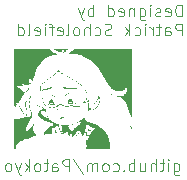
<source format=gbr>
%TF.GenerationSoftware,KiCad,Pcbnew,9.0.6*%
%TF.CreationDate,2025-11-06T17:37:24+11:00*%
%TF.ProjectId,catch-the-led,63617463-682d-4746-9865-2d6c65642e6b,rev?*%
%TF.SameCoordinates,Original*%
%TF.FileFunction,Legend,Bot*%
%TF.FilePolarity,Positive*%
%FSLAX46Y46*%
G04 Gerber Fmt 4.6, Leading zero omitted, Abs format (unit mm)*
G04 Created by KiCad (PCBNEW 9.0.6) date 2025-11-06 17:37:24*
%MOMM*%
%LPD*%
G01*
G04 APERTURE LIST*
%ADD10C,0.100000*%
%ADD11C,0.000000*%
G04 APERTURE END LIST*
D10*
X177606615Y-93232975D02*
X177606615Y-92232975D01*
X177606615Y-92232975D02*
X177368520Y-92232975D01*
X177368520Y-92232975D02*
X177225663Y-92280594D01*
X177225663Y-92280594D02*
X177130425Y-92375832D01*
X177130425Y-92375832D02*
X177082806Y-92471070D01*
X177082806Y-92471070D02*
X177035187Y-92661546D01*
X177035187Y-92661546D02*
X177035187Y-92804403D01*
X177035187Y-92804403D02*
X177082806Y-92994879D01*
X177082806Y-92994879D02*
X177130425Y-93090117D01*
X177130425Y-93090117D02*
X177225663Y-93185356D01*
X177225663Y-93185356D02*
X177368520Y-93232975D01*
X177368520Y-93232975D02*
X177606615Y-93232975D01*
X176225663Y-93185356D02*
X176320901Y-93232975D01*
X176320901Y-93232975D02*
X176511377Y-93232975D01*
X176511377Y-93232975D02*
X176606615Y-93185356D01*
X176606615Y-93185356D02*
X176654234Y-93090117D01*
X176654234Y-93090117D02*
X176654234Y-92709165D01*
X176654234Y-92709165D02*
X176606615Y-92613927D01*
X176606615Y-92613927D02*
X176511377Y-92566308D01*
X176511377Y-92566308D02*
X176320901Y-92566308D01*
X176320901Y-92566308D02*
X176225663Y-92613927D01*
X176225663Y-92613927D02*
X176178044Y-92709165D01*
X176178044Y-92709165D02*
X176178044Y-92804403D01*
X176178044Y-92804403D02*
X176654234Y-92899641D01*
X175797091Y-93185356D02*
X175701853Y-93232975D01*
X175701853Y-93232975D02*
X175511377Y-93232975D01*
X175511377Y-93232975D02*
X175416139Y-93185356D01*
X175416139Y-93185356D02*
X175368520Y-93090117D01*
X175368520Y-93090117D02*
X175368520Y-93042498D01*
X175368520Y-93042498D02*
X175416139Y-92947260D01*
X175416139Y-92947260D02*
X175511377Y-92899641D01*
X175511377Y-92899641D02*
X175654234Y-92899641D01*
X175654234Y-92899641D02*
X175749472Y-92852022D01*
X175749472Y-92852022D02*
X175797091Y-92756784D01*
X175797091Y-92756784D02*
X175797091Y-92709165D01*
X175797091Y-92709165D02*
X175749472Y-92613927D01*
X175749472Y-92613927D02*
X175654234Y-92566308D01*
X175654234Y-92566308D02*
X175511377Y-92566308D01*
X175511377Y-92566308D02*
X175416139Y-92613927D01*
X174939948Y-93232975D02*
X174939948Y-92566308D01*
X174939948Y-92232975D02*
X174987567Y-92280594D01*
X174987567Y-92280594D02*
X174939948Y-92328213D01*
X174939948Y-92328213D02*
X174892329Y-92280594D01*
X174892329Y-92280594D02*
X174939948Y-92232975D01*
X174939948Y-92232975D02*
X174939948Y-92328213D01*
X174035187Y-92566308D02*
X174035187Y-93375832D01*
X174035187Y-93375832D02*
X174082806Y-93471070D01*
X174082806Y-93471070D02*
X174130425Y-93518689D01*
X174130425Y-93518689D02*
X174225663Y-93566308D01*
X174225663Y-93566308D02*
X174368520Y-93566308D01*
X174368520Y-93566308D02*
X174463758Y-93518689D01*
X174035187Y-93185356D02*
X174130425Y-93232975D01*
X174130425Y-93232975D02*
X174320901Y-93232975D01*
X174320901Y-93232975D02*
X174416139Y-93185356D01*
X174416139Y-93185356D02*
X174463758Y-93137736D01*
X174463758Y-93137736D02*
X174511377Y-93042498D01*
X174511377Y-93042498D02*
X174511377Y-92756784D01*
X174511377Y-92756784D02*
X174463758Y-92661546D01*
X174463758Y-92661546D02*
X174416139Y-92613927D01*
X174416139Y-92613927D02*
X174320901Y-92566308D01*
X174320901Y-92566308D02*
X174130425Y-92566308D01*
X174130425Y-92566308D02*
X174035187Y-92613927D01*
X173558996Y-92566308D02*
X173558996Y-93232975D01*
X173558996Y-92661546D02*
X173511377Y-92613927D01*
X173511377Y-92613927D02*
X173416139Y-92566308D01*
X173416139Y-92566308D02*
X173273282Y-92566308D01*
X173273282Y-92566308D02*
X173178044Y-92613927D01*
X173178044Y-92613927D02*
X173130425Y-92709165D01*
X173130425Y-92709165D02*
X173130425Y-93232975D01*
X172273282Y-93185356D02*
X172368520Y-93232975D01*
X172368520Y-93232975D02*
X172558996Y-93232975D01*
X172558996Y-93232975D02*
X172654234Y-93185356D01*
X172654234Y-93185356D02*
X172701853Y-93090117D01*
X172701853Y-93090117D02*
X172701853Y-92709165D01*
X172701853Y-92709165D02*
X172654234Y-92613927D01*
X172654234Y-92613927D02*
X172558996Y-92566308D01*
X172558996Y-92566308D02*
X172368520Y-92566308D01*
X172368520Y-92566308D02*
X172273282Y-92613927D01*
X172273282Y-92613927D02*
X172225663Y-92709165D01*
X172225663Y-92709165D02*
X172225663Y-92804403D01*
X172225663Y-92804403D02*
X172701853Y-92899641D01*
X171368520Y-93232975D02*
X171368520Y-92232975D01*
X171368520Y-93185356D02*
X171463758Y-93232975D01*
X171463758Y-93232975D02*
X171654234Y-93232975D01*
X171654234Y-93232975D02*
X171749472Y-93185356D01*
X171749472Y-93185356D02*
X171797091Y-93137736D01*
X171797091Y-93137736D02*
X171844710Y-93042498D01*
X171844710Y-93042498D02*
X171844710Y-92756784D01*
X171844710Y-92756784D02*
X171797091Y-92661546D01*
X171797091Y-92661546D02*
X171749472Y-92613927D01*
X171749472Y-92613927D02*
X171654234Y-92566308D01*
X171654234Y-92566308D02*
X171463758Y-92566308D01*
X171463758Y-92566308D02*
X171368520Y-92613927D01*
X170130424Y-93232975D02*
X170130424Y-92232975D01*
X170130424Y-92613927D02*
X170035186Y-92566308D01*
X170035186Y-92566308D02*
X169844710Y-92566308D01*
X169844710Y-92566308D02*
X169749472Y-92613927D01*
X169749472Y-92613927D02*
X169701853Y-92661546D01*
X169701853Y-92661546D02*
X169654234Y-92756784D01*
X169654234Y-92756784D02*
X169654234Y-93042498D01*
X169654234Y-93042498D02*
X169701853Y-93137736D01*
X169701853Y-93137736D02*
X169749472Y-93185356D01*
X169749472Y-93185356D02*
X169844710Y-93232975D01*
X169844710Y-93232975D02*
X170035186Y-93232975D01*
X170035186Y-93232975D02*
X170130424Y-93185356D01*
X169320900Y-92566308D02*
X169082805Y-93232975D01*
X168844710Y-92566308D02*
X169082805Y-93232975D01*
X169082805Y-93232975D02*
X169178043Y-93471070D01*
X169178043Y-93471070D02*
X169225662Y-93518689D01*
X169225662Y-93518689D02*
X169320900Y-93566308D01*
X177606615Y-94842919D02*
X177606615Y-93842919D01*
X177606615Y-93842919D02*
X177225663Y-93842919D01*
X177225663Y-93842919D02*
X177130425Y-93890538D01*
X177130425Y-93890538D02*
X177082806Y-93938157D01*
X177082806Y-93938157D02*
X177035187Y-94033395D01*
X177035187Y-94033395D02*
X177035187Y-94176252D01*
X177035187Y-94176252D02*
X177082806Y-94271490D01*
X177082806Y-94271490D02*
X177130425Y-94319109D01*
X177130425Y-94319109D02*
X177225663Y-94366728D01*
X177225663Y-94366728D02*
X177606615Y-94366728D01*
X176178044Y-94842919D02*
X176178044Y-94319109D01*
X176178044Y-94319109D02*
X176225663Y-94223871D01*
X176225663Y-94223871D02*
X176320901Y-94176252D01*
X176320901Y-94176252D02*
X176511377Y-94176252D01*
X176511377Y-94176252D02*
X176606615Y-94223871D01*
X176178044Y-94795300D02*
X176273282Y-94842919D01*
X176273282Y-94842919D02*
X176511377Y-94842919D01*
X176511377Y-94842919D02*
X176606615Y-94795300D01*
X176606615Y-94795300D02*
X176654234Y-94700061D01*
X176654234Y-94700061D02*
X176654234Y-94604823D01*
X176654234Y-94604823D02*
X176606615Y-94509585D01*
X176606615Y-94509585D02*
X176511377Y-94461966D01*
X176511377Y-94461966D02*
X176273282Y-94461966D01*
X176273282Y-94461966D02*
X176178044Y-94414347D01*
X175844710Y-94176252D02*
X175463758Y-94176252D01*
X175701853Y-93842919D02*
X175701853Y-94700061D01*
X175701853Y-94700061D02*
X175654234Y-94795300D01*
X175654234Y-94795300D02*
X175558996Y-94842919D01*
X175558996Y-94842919D02*
X175463758Y-94842919D01*
X175130424Y-94842919D02*
X175130424Y-94176252D01*
X175130424Y-94366728D02*
X175082805Y-94271490D01*
X175082805Y-94271490D02*
X175035186Y-94223871D01*
X175035186Y-94223871D02*
X174939948Y-94176252D01*
X174939948Y-94176252D02*
X174844710Y-94176252D01*
X174511376Y-94842919D02*
X174511376Y-94176252D01*
X174511376Y-93842919D02*
X174558995Y-93890538D01*
X174558995Y-93890538D02*
X174511376Y-93938157D01*
X174511376Y-93938157D02*
X174463757Y-93890538D01*
X174463757Y-93890538D02*
X174511376Y-93842919D01*
X174511376Y-93842919D02*
X174511376Y-93938157D01*
X173606615Y-94795300D02*
X173701853Y-94842919D01*
X173701853Y-94842919D02*
X173892329Y-94842919D01*
X173892329Y-94842919D02*
X173987567Y-94795300D01*
X173987567Y-94795300D02*
X174035186Y-94747680D01*
X174035186Y-94747680D02*
X174082805Y-94652442D01*
X174082805Y-94652442D02*
X174082805Y-94366728D01*
X174082805Y-94366728D02*
X174035186Y-94271490D01*
X174035186Y-94271490D02*
X173987567Y-94223871D01*
X173987567Y-94223871D02*
X173892329Y-94176252D01*
X173892329Y-94176252D02*
X173701853Y-94176252D01*
X173701853Y-94176252D02*
X173606615Y-94223871D01*
X173178043Y-94842919D02*
X173178043Y-93842919D01*
X173082805Y-94461966D02*
X172797091Y-94842919D01*
X172797091Y-94176252D02*
X173178043Y-94557204D01*
X171654233Y-94795300D02*
X171511376Y-94842919D01*
X171511376Y-94842919D02*
X171273281Y-94842919D01*
X171273281Y-94842919D02*
X171178043Y-94795300D01*
X171178043Y-94795300D02*
X171130424Y-94747680D01*
X171130424Y-94747680D02*
X171082805Y-94652442D01*
X171082805Y-94652442D02*
X171082805Y-94557204D01*
X171082805Y-94557204D02*
X171130424Y-94461966D01*
X171130424Y-94461966D02*
X171178043Y-94414347D01*
X171178043Y-94414347D02*
X171273281Y-94366728D01*
X171273281Y-94366728D02*
X171463757Y-94319109D01*
X171463757Y-94319109D02*
X171558995Y-94271490D01*
X171558995Y-94271490D02*
X171606614Y-94223871D01*
X171606614Y-94223871D02*
X171654233Y-94128633D01*
X171654233Y-94128633D02*
X171654233Y-94033395D01*
X171654233Y-94033395D02*
X171606614Y-93938157D01*
X171606614Y-93938157D02*
X171558995Y-93890538D01*
X171558995Y-93890538D02*
X171463757Y-93842919D01*
X171463757Y-93842919D02*
X171225662Y-93842919D01*
X171225662Y-93842919D02*
X171082805Y-93890538D01*
X170225662Y-94795300D02*
X170320900Y-94842919D01*
X170320900Y-94842919D02*
X170511376Y-94842919D01*
X170511376Y-94842919D02*
X170606614Y-94795300D01*
X170606614Y-94795300D02*
X170654233Y-94747680D01*
X170654233Y-94747680D02*
X170701852Y-94652442D01*
X170701852Y-94652442D02*
X170701852Y-94366728D01*
X170701852Y-94366728D02*
X170654233Y-94271490D01*
X170654233Y-94271490D02*
X170606614Y-94223871D01*
X170606614Y-94223871D02*
X170511376Y-94176252D01*
X170511376Y-94176252D02*
X170320900Y-94176252D01*
X170320900Y-94176252D02*
X170225662Y-94223871D01*
X169797090Y-94842919D02*
X169797090Y-93842919D01*
X169368519Y-94842919D02*
X169368519Y-94319109D01*
X169368519Y-94319109D02*
X169416138Y-94223871D01*
X169416138Y-94223871D02*
X169511376Y-94176252D01*
X169511376Y-94176252D02*
X169654233Y-94176252D01*
X169654233Y-94176252D02*
X169749471Y-94223871D01*
X169749471Y-94223871D02*
X169797090Y-94271490D01*
X168749471Y-94842919D02*
X168844709Y-94795300D01*
X168844709Y-94795300D02*
X168892328Y-94747680D01*
X168892328Y-94747680D02*
X168939947Y-94652442D01*
X168939947Y-94652442D02*
X168939947Y-94366728D01*
X168939947Y-94366728D02*
X168892328Y-94271490D01*
X168892328Y-94271490D02*
X168844709Y-94223871D01*
X168844709Y-94223871D02*
X168749471Y-94176252D01*
X168749471Y-94176252D02*
X168606614Y-94176252D01*
X168606614Y-94176252D02*
X168511376Y-94223871D01*
X168511376Y-94223871D02*
X168463757Y-94271490D01*
X168463757Y-94271490D02*
X168416138Y-94366728D01*
X168416138Y-94366728D02*
X168416138Y-94652442D01*
X168416138Y-94652442D02*
X168463757Y-94747680D01*
X168463757Y-94747680D02*
X168511376Y-94795300D01*
X168511376Y-94795300D02*
X168606614Y-94842919D01*
X168606614Y-94842919D02*
X168749471Y-94842919D01*
X167844709Y-94842919D02*
X167939947Y-94795300D01*
X167939947Y-94795300D02*
X167987566Y-94700061D01*
X167987566Y-94700061D02*
X167987566Y-93842919D01*
X167082804Y-94795300D02*
X167178042Y-94842919D01*
X167178042Y-94842919D02*
X167368518Y-94842919D01*
X167368518Y-94842919D02*
X167463756Y-94795300D01*
X167463756Y-94795300D02*
X167511375Y-94700061D01*
X167511375Y-94700061D02*
X167511375Y-94319109D01*
X167511375Y-94319109D02*
X167463756Y-94223871D01*
X167463756Y-94223871D02*
X167368518Y-94176252D01*
X167368518Y-94176252D02*
X167178042Y-94176252D01*
X167178042Y-94176252D02*
X167082804Y-94223871D01*
X167082804Y-94223871D02*
X167035185Y-94319109D01*
X167035185Y-94319109D02*
X167035185Y-94414347D01*
X167035185Y-94414347D02*
X167511375Y-94509585D01*
X166749470Y-94176252D02*
X166368518Y-94176252D01*
X166606613Y-94842919D02*
X166606613Y-93985776D01*
X166606613Y-93985776D02*
X166558994Y-93890538D01*
X166558994Y-93890538D02*
X166463756Y-93842919D01*
X166463756Y-93842919D02*
X166368518Y-93842919D01*
X166035184Y-94842919D02*
X166035184Y-94176252D01*
X166035184Y-93842919D02*
X166082803Y-93890538D01*
X166082803Y-93890538D02*
X166035184Y-93938157D01*
X166035184Y-93938157D02*
X165987565Y-93890538D01*
X165987565Y-93890538D02*
X166035184Y-93842919D01*
X166035184Y-93842919D02*
X166035184Y-93938157D01*
X165178042Y-94795300D02*
X165273280Y-94842919D01*
X165273280Y-94842919D02*
X165463756Y-94842919D01*
X165463756Y-94842919D02*
X165558994Y-94795300D01*
X165558994Y-94795300D02*
X165606613Y-94700061D01*
X165606613Y-94700061D02*
X165606613Y-94319109D01*
X165606613Y-94319109D02*
X165558994Y-94223871D01*
X165558994Y-94223871D02*
X165463756Y-94176252D01*
X165463756Y-94176252D02*
X165273280Y-94176252D01*
X165273280Y-94176252D02*
X165178042Y-94223871D01*
X165178042Y-94223871D02*
X165130423Y-94319109D01*
X165130423Y-94319109D02*
X165130423Y-94414347D01*
X165130423Y-94414347D02*
X165606613Y-94509585D01*
X164558994Y-94842919D02*
X164654232Y-94795300D01*
X164654232Y-94795300D02*
X164701851Y-94700061D01*
X164701851Y-94700061D02*
X164701851Y-93842919D01*
X163749470Y-94842919D02*
X163749470Y-93842919D01*
X163749470Y-94795300D02*
X163844708Y-94842919D01*
X163844708Y-94842919D02*
X164035184Y-94842919D01*
X164035184Y-94842919D02*
X164130422Y-94795300D01*
X164130422Y-94795300D02*
X164178041Y-94747680D01*
X164178041Y-94747680D02*
X164225660Y-94652442D01*
X164225660Y-94652442D02*
X164225660Y-94366728D01*
X164225660Y-94366728D02*
X164178041Y-94271490D01*
X164178041Y-94271490D02*
X164130422Y-94223871D01*
X164130422Y-94223871D02*
X164035184Y-94176252D01*
X164035184Y-94176252D02*
X163844708Y-94176252D01*
X163844708Y-94176252D02*
X163749470Y-94223871D01*
X176928044Y-105676252D02*
X176928044Y-106485776D01*
X176928044Y-106485776D02*
X176975663Y-106581014D01*
X176975663Y-106581014D02*
X177023282Y-106628633D01*
X177023282Y-106628633D02*
X177118520Y-106676252D01*
X177118520Y-106676252D02*
X177261377Y-106676252D01*
X177261377Y-106676252D02*
X177356615Y-106628633D01*
X176928044Y-106295300D02*
X177023282Y-106342919D01*
X177023282Y-106342919D02*
X177213758Y-106342919D01*
X177213758Y-106342919D02*
X177308996Y-106295300D01*
X177308996Y-106295300D02*
X177356615Y-106247680D01*
X177356615Y-106247680D02*
X177404234Y-106152442D01*
X177404234Y-106152442D02*
X177404234Y-105866728D01*
X177404234Y-105866728D02*
X177356615Y-105771490D01*
X177356615Y-105771490D02*
X177308996Y-105723871D01*
X177308996Y-105723871D02*
X177213758Y-105676252D01*
X177213758Y-105676252D02*
X177023282Y-105676252D01*
X177023282Y-105676252D02*
X176928044Y-105723871D01*
X176451853Y-106342919D02*
X176451853Y-105676252D01*
X176451853Y-105342919D02*
X176499472Y-105390538D01*
X176499472Y-105390538D02*
X176451853Y-105438157D01*
X176451853Y-105438157D02*
X176404234Y-105390538D01*
X176404234Y-105390538D02*
X176451853Y-105342919D01*
X176451853Y-105342919D02*
X176451853Y-105438157D01*
X176118520Y-105676252D02*
X175737568Y-105676252D01*
X175975663Y-105342919D02*
X175975663Y-106200061D01*
X175975663Y-106200061D02*
X175928044Y-106295300D01*
X175928044Y-106295300D02*
X175832806Y-106342919D01*
X175832806Y-106342919D02*
X175737568Y-106342919D01*
X175404234Y-106342919D02*
X175404234Y-105342919D01*
X174975663Y-106342919D02*
X174975663Y-105819109D01*
X174975663Y-105819109D02*
X175023282Y-105723871D01*
X175023282Y-105723871D02*
X175118520Y-105676252D01*
X175118520Y-105676252D02*
X175261377Y-105676252D01*
X175261377Y-105676252D02*
X175356615Y-105723871D01*
X175356615Y-105723871D02*
X175404234Y-105771490D01*
X174070901Y-105676252D02*
X174070901Y-106342919D01*
X174499472Y-105676252D02*
X174499472Y-106200061D01*
X174499472Y-106200061D02*
X174451853Y-106295300D01*
X174451853Y-106295300D02*
X174356615Y-106342919D01*
X174356615Y-106342919D02*
X174213758Y-106342919D01*
X174213758Y-106342919D02*
X174118520Y-106295300D01*
X174118520Y-106295300D02*
X174070901Y-106247680D01*
X173594710Y-106342919D02*
X173594710Y-105342919D01*
X173594710Y-105723871D02*
X173499472Y-105676252D01*
X173499472Y-105676252D02*
X173308996Y-105676252D01*
X173308996Y-105676252D02*
X173213758Y-105723871D01*
X173213758Y-105723871D02*
X173166139Y-105771490D01*
X173166139Y-105771490D02*
X173118520Y-105866728D01*
X173118520Y-105866728D02*
X173118520Y-106152442D01*
X173118520Y-106152442D02*
X173166139Y-106247680D01*
X173166139Y-106247680D02*
X173213758Y-106295300D01*
X173213758Y-106295300D02*
X173308996Y-106342919D01*
X173308996Y-106342919D02*
X173499472Y-106342919D01*
X173499472Y-106342919D02*
X173594710Y-106295300D01*
X172689948Y-106247680D02*
X172642329Y-106295300D01*
X172642329Y-106295300D02*
X172689948Y-106342919D01*
X172689948Y-106342919D02*
X172737567Y-106295300D01*
X172737567Y-106295300D02*
X172689948Y-106247680D01*
X172689948Y-106247680D02*
X172689948Y-106342919D01*
X171785187Y-106295300D02*
X171880425Y-106342919D01*
X171880425Y-106342919D02*
X172070901Y-106342919D01*
X172070901Y-106342919D02*
X172166139Y-106295300D01*
X172166139Y-106295300D02*
X172213758Y-106247680D01*
X172213758Y-106247680D02*
X172261377Y-106152442D01*
X172261377Y-106152442D02*
X172261377Y-105866728D01*
X172261377Y-105866728D02*
X172213758Y-105771490D01*
X172213758Y-105771490D02*
X172166139Y-105723871D01*
X172166139Y-105723871D02*
X172070901Y-105676252D01*
X172070901Y-105676252D02*
X171880425Y-105676252D01*
X171880425Y-105676252D02*
X171785187Y-105723871D01*
X171213758Y-106342919D02*
X171308996Y-106295300D01*
X171308996Y-106295300D02*
X171356615Y-106247680D01*
X171356615Y-106247680D02*
X171404234Y-106152442D01*
X171404234Y-106152442D02*
X171404234Y-105866728D01*
X171404234Y-105866728D02*
X171356615Y-105771490D01*
X171356615Y-105771490D02*
X171308996Y-105723871D01*
X171308996Y-105723871D02*
X171213758Y-105676252D01*
X171213758Y-105676252D02*
X171070901Y-105676252D01*
X171070901Y-105676252D02*
X170975663Y-105723871D01*
X170975663Y-105723871D02*
X170928044Y-105771490D01*
X170928044Y-105771490D02*
X170880425Y-105866728D01*
X170880425Y-105866728D02*
X170880425Y-106152442D01*
X170880425Y-106152442D02*
X170928044Y-106247680D01*
X170928044Y-106247680D02*
X170975663Y-106295300D01*
X170975663Y-106295300D02*
X171070901Y-106342919D01*
X171070901Y-106342919D02*
X171213758Y-106342919D01*
X170451853Y-106342919D02*
X170451853Y-105676252D01*
X170451853Y-105771490D02*
X170404234Y-105723871D01*
X170404234Y-105723871D02*
X170308996Y-105676252D01*
X170308996Y-105676252D02*
X170166139Y-105676252D01*
X170166139Y-105676252D02*
X170070901Y-105723871D01*
X170070901Y-105723871D02*
X170023282Y-105819109D01*
X170023282Y-105819109D02*
X170023282Y-106342919D01*
X170023282Y-105819109D02*
X169975663Y-105723871D01*
X169975663Y-105723871D02*
X169880425Y-105676252D01*
X169880425Y-105676252D02*
X169737568Y-105676252D01*
X169737568Y-105676252D02*
X169642329Y-105723871D01*
X169642329Y-105723871D02*
X169594710Y-105819109D01*
X169594710Y-105819109D02*
X169594710Y-106342919D01*
X168404235Y-105295300D02*
X169261377Y-106581014D01*
X168070901Y-106342919D02*
X168070901Y-105342919D01*
X168070901Y-105342919D02*
X167689949Y-105342919D01*
X167689949Y-105342919D02*
X167594711Y-105390538D01*
X167594711Y-105390538D02*
X167547092Y-105438157D01*
X167547092Y-105438157D02*
X167499473Y-105533395D01*
X167499473Y-105533395D02*
X167499473Y-105676252D01*
X167499473Y-105676252D02*
X167547092Y-105771490D01*
X167547092Y-105771490D02*
X167594711Y-105819109D01*
X167594711Y-105819109D02*
X167689949Y-105866728D01*
X167689949Y-105866728D02*
X168070901Y-105866728D01*
X166642330Y-106342919D02*
X166642330Y-105819109D01*
X166642330Y-105819109D02*
X166689949Y-105723871D01*
X166689949Y-105723871D02*
X166785187Y-105676252D01*
X166785187Y-105676252D02*
X166975663Y-105676252D01*
X166975663Y-105676252D02*
X167070901Y-105723871D01*
X166642330Y-106295300D02*
X166737568Y-106342919D01*
X166737568Y-106342919D02*
X166975663Y-106342919D01*
X166975663Y-106342919D02*
X167070901Y-106295300D01*
X167070901Y-106295300D02*
X167118520Y-106200061D01*
X167118520Y-106200061D02*
X167118520Y-106104823D01*
X167118520Y-106104823D02*
X167070901Y-106009585D01*
X167070901Y-106009585D02*
X166975663Y-105961966D01*
X166975663Y-105961966D02*
X166737568Y-105961966D01*
X166737568Y-105961966D02*
X166642330Y-105914347D01*
X166308996Y-105676252D02*
X165928044Y-105676252D01*
X166166139Y-105342919D02*
X166166139Y-106200061D01*
X166166139Y-106200061D02*
X166118520Y-106295300D01*
X166118520Y-106295300D02*
X166023282Y-106342919D01*
X166023282Y-106342919D02*
X165928044Y-106342919D01*
X165451853Y-106342919D02*
X165547091Y-106295300D01*
X165547091Y-106295300D02*
X165594710Y-106247680D01*
X165594710Y-106247680D02*
X165642329Y-106152442D01*
X165642329Y-106152442D02*
X165642329Y-105866728D01*
X165642329Y-105866728D02*
X165594710Y-105771490D01*
X165594710Y-105771490D02*
X165547091Y-105723871D01*
X165547091Y-105723871D02*
X165451853Y-105676252D01*
X165451853Y-105676252D02*
X165308996Y-105676252D01*
X165308996Y-105676252D02*
X165213758Y-105723871D01*
X165213758Y-105723871D02*
X165166139Y-105771490D01*
X165166139Y-105771490D02*
X165118520Y-105866728D01*
X165118520Y-105866728D02*
X165118520Y-106152442D01*
X165118520Y-106152442D02*
X165166139Y-106247680D01*
X165166139Y-106247680D02*
X165213758Y-106295300D01*
X165213758Y-106295300D02*
X165308996Y-106342919D01*
X165308996Y-106342919D02*
X165451853Y-106342919D01*
X164689948Y-106342919D02*
X164689948Y-105342919D01*
X164594710Y-105961966D02*
X164308996Y-106342919D01*
X164308996Y-105676252D02*
X164689948Y-106057204D01*
X163975662Y-105676252D02*
X163737567Y-106342919D01*
X163499472Y-105676252D02*
X163737567Y-106342919D01*
X163737567Y-106342919D02*
X163832805Y-106581014D01*
X163832805Y-106581014D02*
X163880424Y-106628633D01*
X163880424Y-106628633D02*
X163975662Y-106676252D01*
X162975662Y-106342919D02*
X163070900Y-106295300D01*
X163070900Y-106295300D02*
X163118519Y-106247680D01*
X163118519Y-106247680D02*
X163166138Y-106152442D01*
X163166138Y-106152442D02*
X163166138Y-105866728D01*
X163166138Y-105866728D02*
X163118519Y-105771490D01*
X163118519Y-105771490D02*
X163070900Y-105723871D01*
X163070900Y-105723871D02*
X162975662Y-105676252D01*
X162975662Y-105676252D02*
X162832805Y-105676252D01*
X162832805Y-105676252D02*
X162737567Y-105723871D01*
X162737567Y-105723871D02*
X162689948Y-105771490D01*
X162689948Y-105771490D02*
X162642329Y-105866728D01*
X162642329Y-105866728D02*
X162642329Y-106152442D01*
X162642329Y-106152442D02*
X162689948Y-106247680D01*
X162689948Y-106247680D02*
X162737567Y-106295300D01*
X162737567Y-106295300D02*
X162832805Y-106342919D01*
X162832805Y-106342919D02*
X162975662Y-106342919D01*
D11*
%TO.C,G\u002A\u002A\u002A*%
G36*
X169774542Y-100405998D02*
G01*
X169761503Y-100455124D01*
X169743163Y-100548823D01*
X169728641Y-100654205D01*
X169719096Y-100762236D01*
X169715690Y-100863881D01*
X169715811Y-100885026D01*
X169718448Y-100968596D01*
X169724104Y-101044343D01*
X169732215Y-101107601D01*
X169742219Y-101153702D01*
X169753554Y-101177982D01*
X169756745Y-101178698D01*
X169771513Y-101164980D01*
X169793885Y-101131028D01*
X169821791Y-101079820D01*
X169828585Y-101066542D01*
X169859419Y-101008579D01*
X169888270Y-100960221D01*
X169919332Y-100915850D01*
X169956802Y-100869851D01*
X170004873Y-100816604D01*
X170067742Y-100750495D01*
X170147702Y-100666457D01*
X170212029Y-100596006D01*
X170263807Y-100535022D01*
X170306377Y-100479112D01*
X170341763Y-100425873D01*
X170378106Y-100425873D01*
X170384731Y-100432498D01*
X170391356Y-100425873D01*
X170384731Y-100419248D01*
X170378106Y-100425873D01*
X170341763Y-100425873D01*
X170343084Y-100423886D01*
X170377270Y-100364953D01*
X170412278Y-100297920D01*
X170426279Y-100269502D01*
X170454383Y-100205781D01*
X170474804Y-100145227D01*
X170488638Y-100081925D01*
X170496981Y-100009959D01*
X170500931Y-99923416D01*
X170501586Y-99816379D01*
X170501450Y-99755877D01*
X170501783Y-99692153D01*
X170502593Y-99643015D01*
X170503812Y-99612434D01*
X170505367Y-99604381D01*
X170505916Y-99606478D01*
X170509313Y-99629452D01*
X170514181Y-99671220D01*
X170519917Y-99725693D01*
X170525919Y-99786783D01*
X170531584Y-99848403D01*
X170536307Y-99904463D01*
X170539488Y-99948877D01*
X170538474Y-99987754D01*
X170530645Y-100049271D01*
X170517484Y-100117239D01*
X170500999Y-100181556D01*
X170483196Y-100232121D01*
X170476305Y-100248933D01*
X170462922Y-100290688D01*
X170457606Y-100322340D01*
X170454854Y-100341996D01*
X170446719Y-100347834D01*
X170431287Y-100350635D01*
X170412725Y-100368641D01*
X170398660Y-100392641D01*
X170396367Y-100413193D01*
X170396561Y-100420277D01*
X170393979Y-100425873D01*
X170385144Y-100445018D01*
X170361437Y-100474882D01*
X170349202Y-100488253D01*
X170329072Y-100513887D01*
X170322363Y-100528559D01*
X170322123Y-100532400D01*
X170308467Y-100538497D01*
X170308292Y-100538499D01*
X170291712Y-100549670D01*
X170275185Y-100576091D01*
X170255999Y-100605803D01*
X170228852Y-100629576D01*
X170222544Y-100633588D01*
X170197993Y-100656965D01*
X170173614Y-100688507D01*
X170155682Y-100719331D01*
X170150469Y-100740557D01*
X170150016Y-100744286D01*
X170136296Y-100747182D01*
X170126923Y-100750036D01*
X170123599Y-100770369D01*
X170123946Y-100786273D01*
X170116005Y-100780005D01*
X170107240Y-100774245D01*
X170088450Y-100781879D01*
X170057698Y-100808639D01*
X170042549Y-100823843D01*
X170016514Y-100852591D01*
X170002515Y-100871878D01*
X170000399Y-100875806D01*
X169985148Y-100899941D01*
X169960003Y-100937299D01*
X169929163Y-100981599D01*
X169918185Y-100997521D01*
X169891843Y-101039664D01*
X169874963Y-101072822D01*
X169870796Y-101090911D01*
X169871256Y-101100104D01*
X169856154Y-101108241D01*
X169845687Y-101109964D01*
X169834862Y-101121491D01*
X169843086Y-101130205D01*
X169867986Y-101134741D01*
X169889778Y-101131214D01*
X169901111Y-101120544D01*
X169906237Y-101116453D01*
X169922382Y-101127619D01*
X169937485Y-101138146D01*
X169972069Y-101140662D01*
X170032152Y-101122366D01*
X170081116Y-101104940D01*
X170105822Y-101092286D01*
X170117844Y-101086344D01*
X170146568Y-101081741D01*
X170170224Y-101074471D01*
X170207780Y-101052826D01*
X170251000Y-101021886D01*
X170293250Y-100986807D01*
X170327901Y-100952744D01*
X170348321Y-100924855D01*
X170349886Y-100921642D01*
X170358797Y-100906223D01*
X170359106Y-100912131D01*
X170358314Y-100926254D01*
X170372156Y-100927275D01*
X170380908Y-100922885D01*
X170391356Y-100910574D01*
X170397279Y-100897999D01*
X170415054Y-100875554D01*
X170436616Y-100847565D01*
X170467248Y-100800844D01*
X170502188Y-100742764D01*
X170537611Y-100679692D01*
X170569694Y-100617996D01*
X170572413Y-100612272D01*
X170590027Y-100565344D01*
X170607223Y-100505042D01*
X170622770Y-100437818D01*
X170635439Y-100370120D01*
X170644001Y-100308400D01*
X170647227Y-100259107D01*
X170643887Y-100228692D01*
X170639022Y-100211547D01*
X170631038Y-100171604D01*
X170624050Y-100124438D01*
X170618599Y-100091257D01*
X170609812Y-100060230D01*
X170600983Y-100048251D01*
X170594638Y-100052372D01*
X170595344Y-100071439D01*
X170597987Y-100079555D01*
X170597044Y-100084834D01*
X170583512Y-100068906D01*
X170580683Y-100064715D01*
X170570637Y-100038547D01*
X170564824Y-100005793D01*
X170563675Y-99974555D01*
X170567625Y-99952935D01*
X170577106Y-99949033D01*
X170596603Y-99969564D01*
X170619907Y-100012365D01*
X170641427Y-100069069D01*
X170658678Y-100132973D01*
X170669176Y-100197372D01*
X170675633Y-100301143D01*
X170671134Y-100398262D01*
X170653587Y-100491232D01*
X170621459Y-100588028D01*
X170573218Y-100696621D01*
X170548591Y-100745953D01*
X170517757Y-100800745D01*
X170485143Y-100847670D01*
X170444696Y-100895167D01*
X170390365Y-100951681D01*
X170387386Y-100954681D01*
X170342108Y-100998989D01*
X170302850Y-101035164D01*
X170273728Y-101059550D01*
X170258857Y-101068491D01*
X170258413Y-101068501D01*
X170237326Y-101076597D01*
X170209139Y-101095254D01*
X170175217Y-101115873D01*
X170113899Y-101140488D01*
X170040271Y-101160851D01*
X169962329Y-101174841D01*
X169888071Y-101180339D01*
X169877085Y-101180442D01*
X169830067Y-101181881D01*
X169802738Y-101185881D01*
X169789336Y-101193955D01*
X169784098Y-101207615D01*
X169781366Y-101220115D01*
X169769417Y-101244773D01*
X169754599Y-101243887D01*
X169739098Y-101216999D01*
X169737372Y-101212542D01*
X169724613Y-101185526D01*
X169715146Y-101174490D01*
X169707824Y-101183384D01*
X169693545Y-101210947D01*
X169676179Y-101250677D01*
X169661197Y-101285224D01*
X169639185Y-101330273D01*
X169620742Y-101362034D01*
X169620130Y-101362920D01*
X169603324Y-101391035D01*
X169596364Y-101410021D01*
X169596355Y-101410358D01*
X169588400Y-101430124D01*
X169567891Y-101465801D01*
X169538206Y-101512389D01*
X169502723Y-101564883D01*
X169464821Y-101618282D01*
X169427878Y-101667583D01*
X169395272Y-101707783D01*
X169364934Y-101745214D01*
X169341271Y-101783206D01*
X169337466Y-101807157D01*
X169348908Y-101826755D01*
X169373637Y-101859302D01*
X169405754Y-101896608D01*
X169433671Y-101928927D01*
X169490301Y-102011835D01*
X169498984Y-102033714D01*
X169521400Y-102090201D01*
X169521694Y-102091404D01*
X169529378Y-102109789D01*
X169545374Y-102123177D01*
X169575599Y-102134842D01*
X169625966Y-102148055D01*
X169652003Y-102154579D01*
X169729533Y-102176009D01*
X169814214Y-102201711D01*
X169819255Y-102203354D01*
X169847003Y-102212397D01*
X169887660Y-102225647D01*
X169899486Y-102229501D01*
X169978787Y-102257195D01*
X170003792Y-102266713D01*
X170040941Y-102280854D01*
X170045557Y-102282611D01*
X170093234Y-102303564D01*
X170117520Y-102314272D01*
X170128169Y-102317735D01*
X170177394Y-102333743D01*
X170235018Y-102345268D01*
X170255917Y-102348025D01*
X170305896Y-102359104D01*
X170342374Y-102367190D01*
X170423912Y-102396658D01*
X170433239Y-102401596D01*
X170493347Y-102433419D01*
X170517397Y-102453103D01*
X170543497Y-102474465D01*
X170558693Y-102492852D01*
X170559881Y-102494289D01*
X170581598Y-102527851D01*
X170590104Y-102552387D01*
X170593036Y-102563542D01*
X170609557Y-102581164D01*
X170643820Y-102602659D01*
X170699416Y-102630594D01*
X170741641Y-102651413D01*
X170848248Y-102714210D01*
X170882135Y-102734171D01*
X171005803Y-102830649D01*
X171114094Y-102942766D01*
X171137657Y-102975145D01*
X171208461Y-103072439D01*
X171290355Y-103221586D01*
X171351972Y-103369854D01*
X171361226Y-103392122D01*
X171422525Y-103585967D01*
X171430799Y-103617132D01*
X171453104Y-103711301D01*
X171461581Y-103751590D01*
X171470843Y-103795612D01*
X171476309Y-103821590D01*
X171499173Y-103941034D01*
X171520454Y-104062666D01*
X171538912Y-104179518D01*
X171553304Y-104284626D01*
X171562391Y-104371021D01*
X171569598Y-104460458D01*
X170543231Y-104460458D01*
X170495882Y-104460455D01*
X170307905Y-104460354D01*
X170144496Y-104460096D01*
X170004089Y-104459652D01*
X169885115Y-104458996D01*
X169786007Y-104458100D01*
X169705198Y-104456940D01*
X169641122Y-104455486D01*
X169592210Y-104453713D01*
X169556896Y-104451594D01*
X169533611Y-104449101D01*
X169520790Y-104446209D01*
X169516865Y-104442890D01*
X169517998Y-104429031D01*
X169522218Y-104392873D01*
X169528830Y-104341618D01*
X169537059Y-104281465D01*
X169541249Y-104251323D01*
X169548146Y-104196605D01*
X169550823Y-104158903D01*
X169549110Y-104131782D01*
X169542838Y-104108806D01*
X169531837Y-104083541D01*
X169531282Y-104082358D01*
X169502961Y-104012388D01*
X169482420Y-103937778D01*
X169468789Y-103853152D01*
X169464044Y-103790655D01*
X169499242Y-103790655D01*
X169503451Y-103797965D01*
X169508443Y-103798788D01*
X169511188Y-103809680D01*
X169509432Y-103821352D01*
X169511390Y-103853359D01*
X169517728Y-103895940D01*
X169521546Y-103915166D01*
X169533110Y-103962328D01*
X169545627Y-104001921D01*
X169557292Y-104029400D01*
X169566303Y-104040221D01*
X169570856Y-104029837D01*
X169575604Y-103981735D01*
X169585015Y-103925620D01*
X169600779Y-103859655D01*
X169608547Y-103826282D01*
X169613263Y-103795612D01*
X169611669Y-103783186D01*
X169607019Y-103782357D01*
X169578269Y-103775880D01*
X169553642Y-103766108D01*
X169537790Y-103762844D01*
X169509634Y-103776803D01*
X169499242Y-103790655D01*
X169464044Y-103790655D01*
X169461195Y-103753133D01*
X169461164Y-103751590D01*
X169490365Y-103751590D01*
X169496990Y-103758215D01*
X169503615Y-103751590D01*
X169496990Y-103744965D01*
X169490365Y-103751590D01*
X169461164Y-103751590D01*
X169459910Y-103689135D01*
X169489369Y-103689135D01*
X169551852Y-103710425D01*
X169552754Y-103710733D01*
X169597179Y-103725097D01*
X169622826Y-103730414D01*
X169635613Y-103726995D01*
X169641457Y-103715153D01*
X169642175Y-103712519D01*
X169662331Y-103639176D01*
X169677977Y-103584689D01*
X169691327Y-103542502D01*
X169704596Y-103506058D01*
X169719998Y-103468801D01*
X169739749Y-103424175D01*
X169749478Y-103400289D01*
X169758236Y-103369854D01*
X169757181Y-103355218D01*
X169747001Y-103350186D01*
X169712863Y-103337388D01*
X169667538Y-103322929D01*
X169620607Y-103309774D01*
X169581652Y-103300889D01*
X169565967Y-103298338D01*
X169544570Y-103298346D01*
X169530533Y-103307943D01*
X169521643Y-103331346D01*
X169515682Y-103372773D01*
X169510435Y-103436439D01*
X169505769Y-103497460D01*
X169500569Y-103562020D01*
X169496093Y-103614364D01*
X169489369Y-103689135D01*
X169459910Y-103689135D01*
X169458769Y-103632341D01*
X169459712Y-103558427D01*
X169471263Y-103388771D01*
X169496915Y-103233947D01*
X169498430Y-103228543D01*
X169540326Y-103228543D01*
X169547132Y-103240587D01*
X169565547Y-103250661D01*
X169600268Y-103261583D01*
X169655988Y-103276168D01*
X169683996Y-103283285D01*
X169732873Y-103295413D01*
X169768623Y-103303891D01*
X169784984Y-103307211D01*
X169794613Y-103297850D01*
X169812280Y-103270555D01*
X169833632Y-103231533D01*
X169860667Y-103182938D01*
X169896830Y-103124154D01*
X169933223Y-103069910D01*
X169941051Y-103058690D01*
X169966197Y-103019245D01*
X169981519Y-102989485D01*
X169983949Y-102975145D01*
X169968077Y-102966417D01*
X169932455Y-102952427D01*
X169885538Y-102936617D01*
X169834994Y-102921551D01*
X169788487Y-102909793D01*
X169781597Y-102908268D01*
X169736804Y-102898153D01*
X169699529Y-102889459D01*
X169695312Y-102888486D01*
X169672863Y-102887240D01*
X169657529Y-102899845D01*
X169641600Y-102931957D01*
X169637425Y-102941603D01*
X169620537Y-102979453D01*
X169607700Y-103006579D01*
X169600848Y-103020993D01*
X169581841Y-103067885D01*
X169563232Y-103121396D01*
X169548449Y-103171236D01*
X169540918Y-103207115D01*
X169540436Y-103211710D01*
X169540326Y-103228543D01*
X169498430Y-103228543D01*
X169537886Y-103087833D01*
X169595390Y-102944305D01*
X169601444Y-102931665D01*
X169635985Y-102869528D01*
X169656767Y-102836827D01*
X169711998Y-102836827D01*
X169724272Y-102851849D01*
X169755362Y-102859039D01*
X169766613Y-102860371D01*
X169786587Y-102863579D01*
X169809920Y-102869124D01*
X169843925Y-102878860D01*
X169895915Y-102894639D01*
X169900041Y-102895894D01*
X169949345Y-102909762D01*
X169990571Y-102919468D01*
X170015163Y-102922979D01*
X170022357Y-102920644D01*
X170047671Y-102903703D01*
X170082992Y-102874461D01*
X170123252Y-102837790D01*
X170163386Y-102798559D01*
X170198326Y-102761638D01*
X170223005Y-102731899D01*
X170232358Y-102714210D01*
X170231936Y-102712139D01*
X170216577Y-102700162D01*
X170185983Y-102690726D01*
X170179636Y-102689442D01*
X170151173Y-102680809D01*
X170139609Y-102672097D01*
X170136011Y-102668359D01*
X170113322Y-102660853D01*
X170076672Y-102654543D01*
X170034380Y-102646491D01*
X169984454Y-102630537D01*
X169943618Y-102611011D01*
X169920469Y-102591390D01*
X169908368Y-102591551D01*
X169883721Y-102608201D01*
X169851010Y-102637692D01*
X169814452Y-102675887D01*
X169778266Y-102718649D01*
X169746668Y-102761842D01*
X169742542Y-102768110D01*
X169718201Y-102810179D01*
X169711998Y-102836827D01*
X169656767Y-102836827D01*
X169681579Y-102797783D01*
X169732707Y-102724432D01*
X169783850Y-102657476D01*
X169829488Y-102604918D01*
X169838362Y-102595256D01*
X169862388Y-102562796D01*
X169874098Y-102536406D01*
X169872034Y-102520923D01*
X169854737Y-102521186D01*
X169844455Y-102522841D01*
X169834862Y-102513041D01*
X169833211Y-102506786D01*
X169818299Y-102503180D01*
X169817446Y-102503447D01*
X169795301Y-102501429D01*
X169771839Y-102492852D01*
X169914361Y-102492852D01*
X169920986Y-102499477D01*
X169927611Y-102492852D01*
X169920986Y-102486227D01*
X169914361Y-102492852D01*
X169771839Y-102492852D01*
X169765775Y-102490635D01*
X169739916Y-102476060D01*
X169728772Y-102462700D01*
X169723768Y-102453103D01*
X169914361Y-102453103D01*
X169920986Y-102459728D01*
X169927611Y-102453103D01*
X169920986Y-102446478D01*
X169914361Y-102453103D01*
X169723768Y-102453103D01*
X169722959Y-102451552D01*
X169699567Y-102432222D01*
X169666742Y-102413346D01*
X169650367Y-102406728D01*
X169914361Y-102406728D01*
X169914513Y-102409727D01*
X169920204Y-102419978D01*
X169922329Y-102419368D01*
X169934236Y-102406728D01*
X169936306Y-102401596D01*
X169928393Y-102393478D01*
X169924547Y-102393988D01*
X169914361Y-102406728D01*
X169650367Y-102406728D01*
X169633727Y-102400003D01*
X169609767Y-102397277D01*
X169594765Y-102398992D01*
X169590503Y-102392243D01*
X169598688Y-102385717D01*
X169623646Y-102380229D01*
X169644643Y-102375698D01*
X169644728Y-102374407D01*
X170049401Y-102374407D01*
X170052218Y-102378896D01*
X170073359Y-102366979D01*
X170082679Y-102359104D01*
X170077454Y-102353932D01*
X170072835Y-102354381D01*
X170053485Y-102366979D01*
X170049401Y-102374407D01*
X169644728Y-102374407D01*
X169645670Y-102360105D01*
X169624408Y-102335631D01*
X169850455Y-102335631D01*
X169861361Y-102340479D01*
X169868376Y-102339523D01*
X169870195Y-102331646D01*
X169868253Y-102330060D01*
X169852528Y-102331646D01*
X169850455Y-102335631D01*
X169624408Y-102335631D01*
X169622864Y-102333854D01*
X169608281Y-102321261D01*
X169606318Y-102320604D01*
X169901111Y-102320604D01*
X169907736Y-102327229D01*
X169914361Y-102320604D01*
X169907736Y-102313979D01*
X169901111Y-102320604D01*
X169606318Y-102320604D01*
X169598267Y-102317909D01*
X169596364Y-102332582D01*
X169593936Y-102345673D01*
X169584720Y-102347705D01*
X169574172Y-102334147D01*
X169568327Y-102309885D01*
X169568148Y-102306777D01*
X169566278Y-102296057D01*
X169934167Y-102296057D01*
X169954111Y-102313979D01*
X169963834Y-102320604D01*
X169978675Y-102330717D01*
X169981959Y-102331646D01*
X170008460Y-102339142D01*
X170028250Y-102325182D01*
X170031479Y-102317735D01*
X170022305Y-102319402D01*
X170008656Y-102320892D01*
X169986187Y-102308199D01*
X169970275Y-102296381D01*
X169943227Y-102287774D01*
X169935463Y-102288607D01*
X169934167Y-102296057D01*
X169566278Y-102296057D01*
X169565622Y-102292299D01*
X169560865Y-102303347D01*
X169559946Y-102320634D01*
X169568710Y-102351572D01*
X169570363Y-102354749D01*
X169574604Y-102374250D01*
X169557769Y-102383766D01*
X169550331Y-102386971D01*
X169537730Y-102402615D01*
X169527362Y-102434575D01*
X169517257Y-102487915D01*
X169501641Y-102573910D01*
X169475787Y-102692028D01*
X169445193Y-102812397D01*
X169411823Y-102927876D01*
X169377642Y-103031323D01*
X169344614Y-103115596D01*
X169341204Y-103123418D01*
X169327335Y-103155546D01*
X169307507Y-103201708D01*
X169284806Y-103254720D01*
X169273903Y-103279790D01*
X169252103Y-103327407D01*
X169234278Y-103363105D01*
X169223493Y-103380594D01*
X169212660Y-103383725D01*
X169194600Y-103371938D01*
X169179007Y-103348236D01*
X169172368Y-103320272D01*
X169171712Y-103315683D01*
X169161907Y-103288629D01*
X169142797Y-103247845D01*
X169117538Y-103200243D01*
X169113532Y-103193071D01*
X169082783Y-103137062D01*
X169053447Y-103082196D01*
X169031383Y-103039410D01*
X169018530Y-103015178D01*
X169001085Y-102987546D01*
X168990151Y-102977011D01*
X168982385Y-102981823D01*
X168961243Y-103002260D01*
X168933871Y-103033182D01*
X168907202Y-103063678D01*
X168866433Y-103107943D01*
X168816719Y-103160415D01*
X168761453Y-103217661D01*
X168704028Y-103276247D01*
X168647836Y-103332738D01*
X168596269Y-103383700D01*
X168552721Y-103425700D01*
X168520584Y-103455303D01*
X168503250Y-103469074D01*
X168502361Y-103466248D01*
X168516864Y-103447648D01*
X168545521Y-103415287D01*
X168585944Y-103371848D01*
X168635749Y-103320015D01*
X168675544Y-103279118D01*
X168726815Y-103226305D01*
X168770650Y-103181017D01*
X168803357Y-103147067D01*
X168821247Y-103128270D01*
X168853797Y-103093242D01*
X168903204Y-103039168D01*
X168937022Y-102998970D01*
X168956793Y-102968954D01*
X168964061Y-102945423D01*
X168960370Y-102924682D01*
X168947262Y-102903035D01*
X168926282Y-102876788D01*
X168904501Y-102851428D01*
X168880677Y-102826941D01*
X168867326Y-102817474D01*
X168865791Y-102817989D01*
X168850745Y-102831952D01*
X168825804Y-102861120D01*
X168795483Y-102900286D01*
X168791561Y-102905544D01*
X168744725Y-102965515D01*
X168689771Y-103031751D01*
X168629228Y-103101609D01*
X168565626Y-103172443D01*
X168553680Y-103185327D01*
X168501494Y-103241609D01*
X168439362Y-103306462D01*
X168386640Y-103359452D01*
X168381759Y-103364358D01*
X168331214Y-103412653D01*
X168290257Y-103448702D01*
X168261418Y-103469860D01*
X168247226Y-103473483D01*
X168246432Y-103471292D01*
X168255371Y-103455725D01*
X168278520Y-103433483D01*
X168286444Y-103426863D01*
X168306393Y-103408233D01*
X168311127Y-103400095D01*
X168289202Y-103397122D01*
X168249481Y-103394382D01*
X168202761Y-103392839D01*
X168155733Y-103392520D01*
X168115092Y-103393451D01*
X168087530Y-103395659D01*
X168079742Y-103399172D01*
X168095191Y-103408242D01*
X168125629Y-103417417D01*
X168143419Y-103421022D01*
X168143321Y-103423505D01*
X168118053Y-103425164D01*
X168105004Y-103425277D01*
X168083988Y-103419733D01*
X168067554Y-103401315D01*
X168048896Y-103364003D01*
X168041357Y-103346010D01*
X168107153Y-103346010D01*
X168124589Y-103360163D01*
X168141161Y-103368026D01*
X168154570Y-103371374D01*
X168154636Y-103371337D01*
X168169531Y-103369388D01*
X168203522Y-103366797D01*
X168249417Y-103364115D01*
X168340081Y-103359452D01*
X168330739Y-103277274D01*
X168326124Y-103238341D01*
X168325159Y-103231011D01*
X168360160Y-103231011D01*
X168361798Y-103267364D01*
X168363229Y-103279788D01*
X168369195Y-103309208D01*
X168375953Y-103320969D01*
X168376866Y-103320796D01*
X168392259Y-103309765D01*
X168418442Y-103285933D01*
X168449354Y-103255435D01*
X168478937Y-103224410D01*
X168501130Y-103198995D01*
X168509875Y-103185327D01*
X168504978Y-103182263D01*
X168481600Y-103181256D01*
X168446879Y-103183926D01*
X168409722Y-103189187D01*
X168379033Y-103195953D01*
X168363718Y-103203140D01*
X168362378Y-103206483D01*
X168360160Y-103231011D01*
X168325159Y-103231011D01*
X168321892Y-103206199D01*
X168319574Y-103193110D01*
X168310613Y-103191745D01*
X168281581Y-103189265D01*
X168239737Y-103186486D01*
X168161723Y-103181846D01*
X168161049Y-103184118D01*
X168145989Y-103234845D01*
X168143343Y-103243468D01*
X168128608Y-103285133D01*
X168114523Y-103317100D01*
X168109887Y-103326326D01*
X168107153Y-103346010D01*
X168041357Y-103346010D01*
X168020664Y-103296620D01*
X167977769Y-103175365D01*
X167964302Y-103129146D01*
X167995639Y-103129146D01*
X167997817Y-103148060D01*
X168007042Y-103184014D01*
X168021665Y-103230385D01*
X168024616Y-103238927D01*
X168041883Y-103283797D01*
X168057396Y-103316515D01*
X168068103Y-103330502D01*
X168068968Y-103330546D01*
X168078539Y-103318259D01*
X168091587Y-103289427D01*
X168105352Y-103252096D01*
X168117072Y-103214311D01*
X168123987Y-103184118D01*
X168123335Y-103169561D01*
X168105908Y-103160529D01*
X168074568Y-103148392D01*
X168039545Y-103136877D01*
X168010266Y-103129062D01*
X167996158Y-103128027D01*
X167995639Y-103129146D01*
X167964302Y-103129146D01*
X167939121Y-103042722D01*
X167930712Y-103010748D01*
X167916562Y-102958144D01*
X167906737Y-102924832D01*
X167899701Y-102906444D01*
X167893917Y-102898613D01*
X167887849Y-102896973D01*
X167875310Y-102906303D01*
X167851953Y-102931509D01*
X167823060Y-102967024D01*
X167769017Y-103037074D01*
X167801311Y-103141744D01*
X167806374Y-103158479D01*
X167819155Y-103204474D01*
X167826735Y-103237885D01*
X167827614Y-103252404D01*
X167827265Y-103252676D01*
X167819139Y-103245034D01*
X167808167Y-103222571D01*
X167798524Y-103195254D01*
X167794382Y-103173048D01*
X167794154Y-103170577D01*
X167786989Y-103147150D01*
X167772900Y-103114080D01*
X167751417Y-103068810D01*
X167695312Y-103120526D01*
X167658700Y-103152441D01*
X167601033Y-103192727D01*
X167553888Y-103210726D01*
X167544316Y-103209809D01*
X167535384Y-103197783D01*
X167528939Y-103169013D01*
X167523366Y-103118625D01*
X167516374Y-103041874D01*
X167503672Y-102906764D01*
X167492679Y-102796367D01*
X167483267Y-102709538D01*
X167475309Y-102645128D01*
X167468676Y-102601990D01*
X167463240Y-102578977D01*
X167455141Y-102552408D01*
X167447189Y-102513267D01*
X167446937Y-102511382D01*
X167446821Y-102511068D01*
X167982081Y-102511068D01*
X167988024Y-102542410D01*
X168006451Y-102575754D01*
X168022418Y-102596836D01*
X168070333Y-102666691D01*
X168117678Y-102743956D01*
X168158977Y-102819383D01*
X168188758Y-102883724D01*
X168207865Y-102929396D01*
X168227483Y-102972144D01*
X168242122Y-102999660D01*
X168251967Y-103013994D01*
X168268063Y-103027104D01*
X168282887Y-103017609D01*
X168301284Y-102984250D01*
X168301528Y-102983741D01*
X168324840Y-102943461D01*
X168359801Y-102892210D01*
X168400161Y-102838338D01*
X168439670Y-102790189D01*
X168472081Y-102756113D01*
X168476420Y-102752331D01*
X168506198Y-102728978D01*
X168548618Y-102698026D01*
X168595999Y-102665117D01*
X168623485Y-102646373D01*
X168747390Y-102557266D01*
X168848361Y-102475839D01*
X168927935Y-102400664D01*
X168987652Y-102330314D01*
X169018233Y-102280854D01*
X169901111Y-102280854D01*
X169907736Y-102287479D01*
X169914361Y-102280854D01*
X169907736Y-102274230D01*
X169901111Y-102280854D01*
X169018233Y-102280854D01*
X169029050Y-102263360D01*
X169029954Y-102261558D01*
X169827879Y-102261558D01*
X169828856Y-102269338D01*
X169847330Y-102274230D01*
X169865496Y-102272991D01*
X169873207Y-102266713D01*
X169855161Y-102256351D01*
X169845116Y-102254340D01*
X169827879Y-102261558D01*
X169029954Y-102261558D01*
X169031264Y-102258945D01*
X169046953Y-102229632D01*
X169731206Y-102229632D01*
X169742113Y-102234480D01*
X169749127Y-102233524D01*
X169750946Y-102225647D01*
X169749004Y-102224061D01*
X169733279Y-102225647D01*
X169731206Y-102229632D01*
X169046953Y-102229632D01*
X169055106Y-102214399D01*
X169076072Y-102179933D01*
X169546026Y-102179933D01*
X169550594Y-102198153D01*
X169559490Y-102210719D01*
X169585077Y-102225583D01*
X169602138Y-102227200D01*
X169605063Y-102216382D01*
X169678207Y-102216382D01*
X169689113Y-102221230D01*
X169696128Y-102220274D01*
X169697946Y-102212397D01*
X169696004Y-102210811D01*
X169680280Y-102212397D01*
X169678207Y-102216382D01*
X169605063Y-102216382D01*
X169605245Y-102215707D01*
X169608497Y-102204157D01*
X169634011Y-102203203D01*
X169643042Y-102203354D01*
X169637297Y-102198191D01*
X169610562Y-102188041D01*
X169578874Y-102178075D01*
X169553974Y-102173490D01*
X169546026Y-102179933D01*
X169076072Y-102179933D01*
X169076447Y-102179316D01*
X169090902Y-102160956D01*
X169095078Y-102155843D01*
X169104950Y-102131422D01*
X169113330Y-102097030D01*
X169118713Y-102061512D01*
X169119594Y-102033714D01*
X169114467Y-102022482D01*
X169099066Y-102030207D01*
X169078833Y-102050107D01*
X169062857Y-102072584D01*
X169059279Y-102087979D01*
X169058683Y-102093568D01*
X169041883Y-102093097D01*
X169041582Y-102093023D01*
X169017014Y-102097269D01*
X168976757Y-102115442D01*
X168925929Y-102145241D01*
X168839301Y-102197747D01*
X168664413Y-102286809D01*
X168476347Y-102360815D01*
X168271464Y-102421104D01*
X168046129Y-102469014D01*
X168012581Y-102476755D01*
X167990494Y-102489324D01*
X167982259Y-102509520D01*
X167982081Y-102511068D01*
X167446821Y-102511068D01*
X167440378Y-102493613D01*
X167424004Y-102480495D01*
X167393649Y-102470624D01*
X167345144Y-102462594D01*
X167274324Y-102455002D01*
X167198138Y-102447836D01*
X167198138Y-102491542D01*
X167202030Y-102521309D01*
X167214100Y-102572078D01*
X167232466Y-102635990D01*
X167255211Y-102707070D01*
X167280415Y-102779347D01*
X167306160Y-102846847D01*
X167330527Y-102903598D01*
X167352138Y-102949904D01*
X167381928Y-103013688D01*
X167409677Y-103073061D01*
X167412710Y-103079617D01*
X167431662Y-103124367D01*
X167443781Y-103159737D01*
X167446562Y-103178565D01*
X167446403Y-103178953D01*
X167437875Y-103174302D01*
X167420446Y-103150729D01*
X167396762Y-103112841D01*
X167369468Y-103065242D01*
X167341211Y-103012536D01*
X167314635Y-102959328D01*
X167292386Y-102910223D01*
X167278031Y-102877714D01*
X167261063Y-102843146D01*
X167249765Y-102824762D01*
X167246271Y-102820288D01*
X167237887Y-102794805D01*
X167236838Y-102787576D01*
X167227750Y-102758656D01*
X167212368Y-102721268D01*
X167207447Y-102709817D01*
X167189836Y-102659053D01*
X167178593Y-102611830D01*
X167178234Y-102609530D01*
X167168423Y-102563314D01*
X167152836Y-102537456D01*
X167124750Y-102526073D01*
X167077445Y-102523280D01*
X167065068Y-102523496D01*
X167015727Y-102530002D01*
X166971333Y-102543572D01*
X166937219Y-102561578D01*
X166918715Y-102581388D01*
X166921153Y-102600372D01*
X166927952Y-102610679D01*
X166926286Y-102618726D01*
X166916490Y-102614021D01*
X166897878Y-102595539D01*
X166893565Y-102590286D01*
X166884931Y-102584325D01*
X166882296Y-102596929D01*
X166884207Y-102631976D01*
X166885099Y-102641547D01*
X166885241Y-102643073D01*
X166892981Y-102693894D01*
X166903607Y-102737975D01*
X166937998Y-102846742D01*
X166942328Y-102860435D01*
X166976166Y-102969386D01*
X167002259Y-103055792D01*
X167020418Y-103119012D01*
X167030455Y-103158410D01*
X167032180Y-103173346D01*
X167027456Y-103170270D01*
X167014795Y-103149248D01*
X166998448Y-103114331D01*
X166990008Y-103094698D01*
X166966495Y-103040824D01*
X166945288Y-102993179D01*
X166937895Y-102976247D01*
X166924996Y-102942938D01*
X166919890Y-102923618D01*
X166919590Y-102920407D01*
X166909618Y-102910223D01*
X166905179Y-102917087D01*
X166896533Y-102945197D01*
X166886076Y-102989991D01*
X166875184Y-103046034D01*
X166867868Y-103087082D01*
X166856932Y-103147234D01*
X166849655Y-103183721D01*
X166845424Y-103198146D01*
X166843622Y-103192112D01*
X166843635Y-103167220D01*
X166844847Y-103125074D01*
X166847934Y-103028553D01*
X166728226Y-103032325D01*
X166608518Y-103036097D01*
X166593874Y-103155346D01*
X166589676Y-103186903D01*
X166583770Y-103221748D01*
X166579263Y-103236574D01*
X166576890Y-103228220D01*
X166576297Y-103221736D01*
X166570015Y-103194315D01*
X166559676Y-103166456D01*
X166548413Y-103144546D01*
X166539358Y-103134972D01*
X166535644Y-103144120D01*
X166527831Y-103148990D01*
X166495312Y-103153573D01*
X166438768Y-103156138D01*
X166359560Y-103156590D01*
X166329720Y-103156433D01*
X166263431Y-103156892D01*
X166215622Y-103159196D01*
X166180422Y-103164030D01*
X166151963Y-103172080D01*
X166124374Y-103184030D01*
X166055166Y-103216359D01*
X165998629Y-103239400D01*
X165959343Y-103250695D01*
X165958192Y-103250932D01*
X165931105Y-103264896D01*
X165903031Y-103290317D01*
X165893526Y-103300499D01*
X165876891Y-103310970D01*
X165873556Y-103300365D01*
X165885701Y-103271102D01*
X165894003Y-103253120D01*
X165909116Y-103215554D01*
X165925870Y-103170290D01*
X165927896Y-103164743D01*
X165950243Y-103112683D01*
X165980489Y-103052087D01*
X166008175Y-103002972D01*
X166611978Y-103002972D01*
X166649998Y-103000419D01*
X166673549Y-102998915D01*
X166719375Y-102996142D01*
X166770345Y-102993175D01*
X166852673Y-102988483D01*
X166860675Y-102939416D01*
X166861157Y-102936463D01*
X166868266Y-102893427D01*
X166874368Y-102857224D01*
X166875219Y-102846742D01*
X166871843Y-102808078D01*
X166861912Y-102764475D01*
X166843765Y-102704850D01*
X166743169Y-102705490D01*
X166733793Y-102705575D01*
X166686538Y-102706850D01*
X166651912Y-102709174D01*
X166636851Y-102712115D01*
X166634431Y-102722065D01*
X166630444Y-102753906D01*
X166625956Y-102801964D01*
X166621554Y-102860536D01*
X166611978Y-103002972D01*
X166008175Y-103002972D01*
X166012694Y-102994955D01*
X166023677Y-102976745D01*
X166048340Y-102934874D01*
X166065477Y-102904329D01*
X166071899Y-102890725D01*
X166073579Y-102885546D01*
X166091165Y-102860212D01*
X166127856Y-102816639D01*
X166183613Y-102754873D01*
X166272285Y-102672514D01*
X166309205Y-102648681D01*
X166754941Y-102648681D01*
X166762647Y-102653769D01*
X166793251Y-102655897D01*
X166799688Y-102656070D01*
X166830393Y-102652829D01*
X166836963Y-102641547D01*
X166826608Y-102627533D01*
X166800479Y-102622460D01*
X166768826Y-102636005D01*
X166766528Y-102637699D01*
X166754941Y-102648681D01*
X166309205Y-102648681D01*
X166388847Y-102597269D01*
X166520712Y-102543563D01*
X166540202Y-102537283D01*
X166595679Y-102516661D01*
X166642611Y-102495458D01*
X166672472Y-102477393D01*
X166676936Y-102473810D01*
X166706416Y-102454394D01*
X166728160Y-102446478D01*
X166738415Y-102440599D01*
X166741756Y-102419129D01*
X166738685Y-102376916D01*
X166735197Y-102350286D01*
X166728744Y-102316067D01*
X166722747Y-102299319D01*
X166722710Y-102299284D01*
X166707322Y-102292228D01*
X166671946Y-102279083D01*
X166621810Y-102261715D01*
X166562144Y-102241991D01*
X166382408Y-102181162D01*
X166133069Y-102087754D01*
X166108651Y-102078521D01*
X166073588Y-102066811D01*
X166053523Y-102062232D01*
X166050329Y-102061950D01*
X166023068Y-102053198D01*
X165982131Y-102035006D01*
X165934838Y-102011203D01*
X165888511Y-101985614D01*
X165850470Y-101962064D01*
X165828035Y-101944381D01*
X165804737Y-101925821D01*
X165777285Y-101916483D01*
X165771658Y-101915649D01*
X165742463Y-101901383D01*
X165700949Y-101872224D01*
X165651390Y-101831794D01*
X165598061Y-101783717D01*
X165545237Y-101731614D01*
X165497193Y-101679109D01*
X165481025Y-101657794D01*
X165461020Y-101614512D01*
X165449858Y-101556329D01*
X165447480Y-101527826D01*
X165493620Y-101527826D01*
X165494618Y-101564285D01*
X165501599Y-101584386D01*
X165512066Y-101584762D01*
X165523523Y-101562049D01*
X165528212Y-101547523D01*
X165543987Y-101507236D01*
X165558212Y-101488325D01*
X165573368Y-101487059D01*
X165579490Y-101488558D01*
X165588943Y-101480158D01*
X165590334Y-101450360D01*
X165590280Y-101449119D01*
X165591795Y-101432597D01*
X165624234Y-101432597D01*
X165625820Y-101448321D01*
X165629805Y-101450394D01*
X165634653Y-101439488D01*
X165633697Y-101432473D01*
X165625820Y-101430655D01*
X165624234Y-101432597D01*
X165591795Y-101432597D01*
X165593067Y-101418723D01*
X165603515Y-101409234D01*
X165604961Y-101409356D01*
X165617956Y-101398674D01*
X165620671Y-101392156D01*
X165683675Y-101392156D01*
X165693863Y-101437951D01*
X165694897Y-101439488D01*
X165710805Y-101463144D01*
X165748588Y-101506442D01*
X165798522Y-101555872D01*
X165855075Y-101606312D01*
X165912712Y-101652642D01*
X165965900Y-101689739D01*
X165972966Y-101694174D01*
X166015213Y-101721057D01*
X166048192Y-101742631D01*
X166065274Y-101754573D01*
X166065649Y-101754872D01*
X166084487Y-101766371D01*
X166119514Y-101785343D01*
X166163452Y-101807842D01*
X166187709Y-101819660D01*
X166240854Y-101842384D01*
X166273063Y-101850323D01*
X166283897Y-101843345D01*
X166281654Y-101837394D01*
X166268837Y-101813910D01*
X166248446Y-101780409D01*
X166240811Y-101768050D01*
X166196330Y-101686136D01*
X166152458Y-101590725D01*
X166113804Y-101492479D01*
X166084974Y-101402061D01*
X166074151Y-101362969D01*
X166061131Y-101323352D01*
X166048228Y-101299226D01*
X166031814Y-101284490D01*
X166008262Y-101273042D01*
X165971497Y-101261773D01*
X165919223Y-101250859D01*
X165863228Y-101242831D01*
X165827499Y-101239143D01*
X165790466Y-101237005D01*
X165767436Y-101240407D01*
X165750979Y-101250912D01*
X165733669Y-101270082D01*
X165722510Y-101284421D01*
X165693783Y-101338621D01*
X165683675Y-101392156D01*
X165620671Y-101392156D01*
X165627797Y-101375044D01*
X165631063Y-101350400D01*
X165624329Y-101336672D01*
X165618396Y-101327950D01*
X165617989Y-101303857D01*
X165624574Y-101276950D01*
X165636235Y-101259637D01*
X165640358Y-101258033D01*
X165647903Y-101266994D01*
X165648497Y-101269115D01*
X165660444Y-101266516D01*
X165682907Y-101249104D01*
X165688870Y-101243385D01*
X165708529Y-101216249D01*
X165707356Y-101192256D01*
X165704028Y-101184788D01*
X165696807Y-101175558D01*
X165691397Y-101190318D01*
X165686035Y-101201459D01*
X165670260Y-101207088D01*
X165661507Y-101209040D01*
X165640000Y-101226819D01*
X165614778Y-101257510D01*
X165595262Y-101285614D01*
X165579919Y-101311790D01*
X165572898Y-101334207D01*
X165569932Y-101362885D01*
X165566523Y-101374445D01*
X165551841Y-101381619D01*
X165545511Y-101380406D01*
X165545216Y-101383139D01*
X165548122Y-101385623D01*
X165554440Y-101407385D01*
X165553029Y-101426238D01*
X165552122Y-101438357D01*
X165541701Y-101465988D01*
X165539934Y-101468639D01*
X165528080Y-101479200D01*
X165515607Y-101465988D01*
X165512270Y-101460900D01*
X165505346Y-101452445D01*
X165501150Y-101456855D01*
X165497956Y-101478638D01*
X165494039Y-101522299D01*
X165493620Y-101527826D01*
X165447480Y-101527826D01*
X165446891Y-101520770D01*
X165447135Y-101486870D01*
X165451507Y-101471158D01*
X165456878Y-101464843D01*
X165462405Y-101441507D01*
X165466261Y-101419347D01*
X165518235Y-101419347D01*
X165519821Y-101435071D01*
X165523806Y-101437144D01*
X165528654Y-101426238D01*
X165527698Y-101419223D01*
X165519821Y-101417405D01*
X165518235Y-101419347D01*
X165466261Y-101419347D01*
X165466301Y-101419118D01*
X165485348Y-101373278D01*
X165516934Y-101318144D01*
X165557340Y-101259422D01*
X165602848Y-101202820D01*
X165636451Y-101167865D01*
X166045399Y-101167865D01*
X166052024Y-101174490D01*
X166058649Y-101167865D01*
X166052024Y-101161241D01*
X166045399Y-101167865D01*
X165636451Y-101167865D01*
X165649739Y-101154042D01*
X165650533Y-101153391D01*
X165728826Y-101153391D01*
X165737214Y-101155106D01*
X165760057Y-101148387D01*
X165783125Y-101135258D01*
X165793651Y-101121918D01*
X165793559Y-101120116D01*
X165783002Y-101109094D01*
X165761939Y-101112276D01*
X165740386Y-101128436D01*
X165731705Y-101140914D01*
X165728826Y-101153391D01*
X165650533Y-101153391D01*
X165689463Y-101121472D01*
X165743075Y-101083720D01*
X165754805Y-101076534D01*
X165820151Y-101076534D01*
X165823823Y-101081470D01*
X165839010Y-101079627D01*
X165853182Y-101068643D01*
X165854392Y-101062510D01*
X165840714Y-101063436D01*
X165830544Y-101068024D01*
X165820151Y-101076534D01*
X165754805Y-101076534D01*
X165796964Y-101050707D01*
X165806385Y-101045392D01*
X165847043Y-101020586D01*
X165875613Y-101000080D01*
X165886401Y-100987873D01*
X165886397Y-100987729D01*
X165874654Y-100975420D01*
X165845158Y-100958464D01*
X165805275Y-100940232D01*
X165762372Y-100924098D01*
X165723814Y-100913434D01*
X165697155Y-100905613D01*
X165680569Y-100895501D01*
X165683288Y-100893815D01*
X165704066Y-100896496D01*
X165739151Y-100904229D01*
X165781793Y-100915235D01*
X165825245Y-100927734D01*
X165862758Y-100939946D01*
X165887582Y-100950092D01*
X165910522Y-100964800D01*
X165952034Y-100997551D01*
X165999209Y-101039622D01*
X166022325Y-101062510D01*
X166045094Y-101085054D01*
X166063120Y-101103178D01*
X166084342Y-101121918D01*
X166088820Y-101125872D01*
X166103712Y-101134741D01*
X166108132Y-101127932D01*
X166110060Y-101100647D01*
X166108037Y-101058285D01*
X166102745Y-101007099D01*
X166094866Y-100953341D01*
X166085084Y-100903263D01*
X166074079Y-100863118D01*
X166069153Y-100849287D01*
X166041531Y-100782754D01*
X166007720Y-100714416D01*
X165970485Y-100648638D01*
X165932596Y-100589779D01*
X165896818Y-100542203D01*
X165865919Y-100510270D01*
X165842667Y-100498344D01*
X165837849Y-100495136D01*
X165849963Y-100484436D01*
X165858841Y-100478476D01*
X165869437Y-100464127D01*
X165871201Y-100441476D01*
X165864048Y-100404992D01*
X165847894Y-100349144D01*
X165791140Y-100157438D01*
X165738240Y-99960308D01*
X165696225Y-99779324D01*
X165664291Y-99610635D01*
X165641632Y-99450392D01*
X165627444Y-99294742D01*
X165625204Y-99273134D01*
X165669079Y-99273134D01*
X165669421Y-99303154D01*
X165671319Y-99369162D01*
X165674422Y-99428752D01*
X165678266Y-99471882D01*
X165679542Y-99481958D01*
X165685604Y-99531942D01*
X165692865Y-99594127D01*
X165700022Y-99657405D01*
X165703200Y-99683161D01*
X165711276Y-99734360D01*
X165722889Y-99793382D01*
X165738753Y-99863142D01*
X165759580Y-99946558D01*
X165786083Y-100046545D01*
X165818974Y-100166021D01*
X165858966Y-100307902D01*
X165880461Y-100380191D01*
X165908336Y-100461560D01*
X165935976Y-100526175D01*
X165965536Y-100579525D01*
X165995722Y-100628738D01*
X166025809Y-100680131D01*
X166048104Y-100720682D01*
X166058120Y-100738963D01*
X166076030Y-100766255D01*
X166087789Y-100776994D01*
X166094762Y-100785205D01*
X166098398Y-100810119D01*
X166101119Y-100831892D01*
X166109373Y-100843244D01*
X166112493Y-100844605D01*
X166122841Y-100863856D01*
X166133277Y-100900637D01*
X166142430Y-100948232D01*
X166148927Y-100999926D01*
X166151398Y-101049004D01*
X166149844Y-101086372D01*
X166139894Y-101140407D01*
X166125741Y-101167865D01*
X166121889Y-101175337D01*
X166097165Y-101187740D01*
X166095011Y-101187784D01*
X166076125Y-101194910D01*
X166067683Y-101216000D01*
X166067697Y-101216249D01*
X166069800Y-101253602D01*
X166082590Y-101310263D01*
X166106167Y-101388531D01*
X166106939Y-101390919D01*
X166148871Y-101507675D01*
X166197105Y-101620759D01*
X166248180Y-101722666D01*
X166298638Y-101805892D01*
X166307403Y-101817986D01*
X166328323Y-101843345D01*
X166344282Y-101862691D01*
X166394036Y-101917449D01*
X166451633Y-101977239D01*
X166512044Y-102037042D01*
X166570237Y-102091839D01*
X166621183Y-102136609D01*
X166659850Y-102166333D01*
X166708328Y-102196927D01*
X166848968Y-102271388D01*
X167005403Y-102336607D01*
X167170295Y-102389747D01*
X167336307Y-102427971D01*
X167360022Y-102431799D01*
X167435559Y-102440327D01*
X167527228Y-102446953D01*
X167627953Y-102451491D01*
X167730657Y-102453753D01*
X167828264Y-102453552D01*
X167913697Y-102450700D01*
X167979880Y-102445011D01*
X168071745Y-102431914D01*
X168209432Y-102407609D01*
X168331192Y-102379294D01*
X168443625Y-102345554D01*
X168477088Y-102333788D01*
X168557568Y-102302253D01*
X168643478Y-102265007D01*
X168728737Y-102224966D01*
X168807265Y-102185046D01*
X168872982Y-102148163D01*
X168919807Y-102117231D01*
X168931000Y-102108801D01*
X168976322Y-102075952D01*
X169021178Y-102044895D01*
X169040873Y-102030967D01*
X169099463Y-101983979D01*
X169165384Y-101925143D01*
X169231999Y-101860776D01*
X169292673Y-101797196D01*
X169340768Y-101740716D01*
X169389991Y-101674019D01*
X169473795Y-101545608D01*
X169557071Y-101400318D01*
X169636417Y-101243868D01*
X169644836Y-101226037D01*
X169667042Y-101175504D01*
X169679060Y-101138516D01*
X169682859Y-101107513D01*
X169680409Y-101074932D01*
X169677594Y-101057127D01*
X169670592Y-101027254D01*
X169664125Y-101015413D01*
X169661652Y-101009674D01*
X169658142Y-100982654D01*
X169655233Y-100938528D01*
X169653382Y-100882914D01*
X169653088Y-100848210D01*
X169654481Y-100797088D01*
X169658010Y-100762934D01*
X169663319Y-100750495D01*
X169668820Y-100742664D01*
X169673902Y-100714777D01*
X169675863Y-100673645D01*
X169677170Y-100640267D01*
X169682340Y-100602820D01*
X169690097Y-100582562D01*
X169699504Y-100567546D01*
X169708324Y-100536850D01*
X169712676Y-100508957D01*
X169720590Y-100468935D01*
X169722797Y-100459171D01*
X169733066Y-100411050D01*
X169737267Y-100382841D01*
X169735812Y-100369567D01*
X169729115Y-100366248D01*
X169722660Y-100368778D01*
X169715613Y-100386905D01*
X169713839Y-100396400D01*
X169703156Y-100399863D01*
X169697308Y-100399406D01*
X169674739Y-100409873D01*
X169645095Y-100432206D01*
X169631465Y-100443687D01*
X169603485Y-100464145D01*
X169586362Y-100472247D01*
X169583298Y-100472533D01*
X169558395Y-100480054D01*
X169522239Y-100494735D01*
X169483849Y-100512465D01*
X169452241Y-100529131D01*
X169436434Y-100540620D01*
X169415455Y-100554743D01*
X169373803Y-100566912D01*
X169318268Y-100575190D01*
X169255267Y-100578246D01*
X169243069Y-100578150D01*
X169196515Y-100574623D01*
X169175804Y-100565908D01*
X169180787Y-100551849D01*
X169211314Y-100532288D01*
X169243426Y-100511208D01*
X169267625Y-100487474D01*
X169282423Y-100472016D01*
X169313954Y-100453650D01*
X169337332Y-100440822D01*
X169375402Y-100408007D01*
X169418273Y-100361885D01*
X169461315Y-100307939D01*
X169499896Y-100251654D01*
X169529387Y-100198513D01*
X169538728Y-100177878D01*
X169566472Y-100096839D01*
X169579546Y-100011009D01*
X169580643Y-99990608D01*
X169580249Y-99936118D01*
X169576291Y-99878048D01*
X169569591Y-99822411D01*
X169560968Y-99775223D01*
X169551244Y-99742499D01*
X169541239Y-99730255D01*
X169535463Y-99726926D01*
X169530115Y-99707510D01*
X169529491Y-99699307D01*
X169520390Y-99661692D01*
X169503444Y-99614154D01*
X169482523Y-99566732D01*
X169461495Y-99529461D01*
X169460590Y-99528136D01*
X169444157Y-99501598D01*
X169437366Y-99485831D01*
X169434278Y-99479234D01*
X169418740Y-99455303D01*
X169393830Y-99419903D01*
X169363748Y-99378834D01*
X169332694Y-99337894D01*
X169304867Y-99302881D01*
X169300273Y-99297486D01*
X169276770Y-99271663D01*
X169242743Y-99235685D01*
X169202306Y-99193742D01*
X169159575Y-99150026D01*
X169118664Y-99108729D01*
X169083690Y-99074041D01*
X169058766Y-99050155D01*
X169048009Y-99041261D01*
X169041011Y-99036994D01*
X169019073Y-99018948D01*
X168988692Y-98991574D01*
X168966312Y-98972030D01*
X168907310Y-98926730D01*
X168833094Y-98875607D01*
X168749298Y-98822639D01*
X168733463Y-98812254D01*
X168700620Y-98789433D01*
X168661721Y-98761529D01*
X168634858Y-98742707D01*
X168580047Y-98707096D01*
X168529750Y-98677332D01*
X168502258Y-98661852D01*
X168466522Y-98640444D01*
X168444902Y-98625818D01*
X168432218Y-98618778D01*
X168401546Y-98614837D01*
X168387635Y-98614429D01*
X168380394Y-98602744D01*
X168375822Y-98592806D01*
X168353275Y-98573511D01*
X168317752Y-98552174D01*
X168294871Y-98539891D01*
X168243029Y-98509789D01*
X168198740Y-98481453D01*
X168181346Y-98469999D01*
X168149705Y-98452081D01*
X168130124Y-98445017D01*
X168115834Y-98440400D01*
X168092188Y-98422934D01*
X168067754Y-98408271D01*
X168031618Y-98400851D01*
X168004620Y-98397434D01*
X167993130Y-98389027D01*
X167994116Y-98385174D01*
X168006380Y-98385393D01*
X168011162Y-98387796D01*
X168019630Y-98385430D01*
X168016434Y-98381351D01*
X167995593Y-98368194D01*
X167961756Y-98351677D01*
X167944590Y-98343579D01*
X167909286Y-98323637D01*
X167887966Y-98306900D01*
X167866736Y-98291588D01*
X167833100Y-98279167D01*
X167807499Y-98269064D01*
X167802938Y-98256394D01*
X167805440Y-98250833D01*
X167798113Y-98250588D01*
X167790716Y-98250484D01*
X167763637Y-98240514D01*
X167723100Y-98220486D01*
X167674702Y-98193011D01*
X167645421Y-98175512D01*
X167602966Y-98150552D01*
X167572869Y-98133398D01*
X167560280Y-98127020D01*
X167551031Y-98123387D01*
X167523479Y-98104835D01*
X167483522Y-98073568D01*
X167435278Y-98032984D01*
X167382864Y-97986477D01*
X167330400Y-97937445D01*
X167296506Y-97904694D01*
X167248546Y-97858560D01*
X167214386Y-97828247D01*
X167190152Y-97812616D01*
X167171968Y-97810530D01*
X167155959Y-97820849D01*
X167138250Y-97842435D01*
X167114967Y-97874150D01*
X167109337Y-97881540D01*
X167080257Y-97916471D01*
X167057351Y-97938856D01*
X167045164Y-97944137D01*
X167040741Y-97943408D01*
X167043501Y-97958773D01*
X167046339Y-97971605D01*
X167040600Y-97975550D01*
X167026684Y-97980723D01*
X167000848Y-98001342D01*
X166968793Y-98032939D01*
X166946329Y-98055453D01*
X166899829Y-98097977D01*
X166844770Y-98145066D01*
X166788820Y-98190028D01*
X166745229Y-98224812D01*
X166707833Y-98256900D01*
X166683970Y-98280108D01*
X166677489Y-98290948D01*
X166678340Y-98295503D01*
X166663260Y-98299269D01*
X166655220Y-98299934D01*
X166627883Y-98308956D01*
X166602808Y-98324336D01*
X166587451Y-98340695D01*
X166589268Y-98352654D01*
X166590208Y-98359403D01*
X166569555Y-98362206D01*
X166542319Y-98367236D01*
X166511828Y-98384565D01*
X166498269Y-98396227D01*
X166465552Y-98421687D01*
X166420946Y-98454881D01*
X166370021Y-98491606D01*
X166330388Y-98520051D01*
X166284265Y-98553966D01*
X166248905Y-98580911D01*
X166229786Y-98596776D01*
X166214755Y-98608843D01*
X166194971Y-98617266D01*
X166183904Y-98621101D01*
X166163418Y-98638623D01*
X166150742Y-98651175D01*
X166123779Y-98668435D01*
X166122399Y-98668987D01*
X166087981Y-98689665D01*
X166040923Y-98726982D01*
X165985015Y-98777139D01*
X165924047Y-98836339D01*
X165861808Y-98900786D01*
X165802088Y-98966683D01*
X165748678Y-99030232D01*
X165705367Y-99087636D01*
X165704545Y-99088817D01*
X165687817Y-99114847D01*
X165677281Y-99139269D01*
X165671562Y-99169108D01*
X165669286Y-99211388D01*
X165669079Y-99273134D01*
X165625204Y-99273134D01*
X165623032Y-99252183D01*
X165616086Y-99216992D01*
X165608407Y-99200417D01*
X165605634Y-99193983D01*
X165613430Y-99169344D01*
X165635286Y-99130745D01*
X165668647Y-99081662D01*
X165710958Y-99025569D01*
X165759666Y-98965940D01*
X165812215Y-98906251D01*
X165866052Y-98849975D01*
X165877496Y-98838601D01*
X165915124Y-98801749D01*
X165950606Y-98768323D01*
X165986599Y-98736261D01*
X166025759Y-98703504D01*
X166070743Y-98667992D01*
X166124209Y-98627663D01*
X166188813Y-98580459D01*
X166267211Y-98524319D01*
X166362061Y-98457183D01*
X166476020Y-98376991D01*
X166518548Y-98346970D01*
X166596936Y-98290951D01*
X166670590Y-98237487D01*
X166735246Y-98189710D01*
X166786642Y-98150755D01*
X166820516Y-98123755D01*
X166879100Y-98071688D01*
X166950988Y-98001906D01*
X167020476Y-97928887D01*
X167081400Y-97859143D01*
X167127596Y-97799190D01*
X167175899Y-97729733D01*
X167222909Y-97784653D01*
X167237386Y-97801084D01*
X167280489Y-97846762D01*
X167322015Y-97887235D01*
X167345835Y-97909102D01*
X167391494Y-97951250D01*
X167435186Y-97991808D01*
X167452911Y-98007613D01*
X167519101Y-98058464D01*
X167605925Y-98115158D01*
X167714860Y-98178619D01*
X167847381Y-98249769D01*
X167855773Y-98254138D01*
X167913241Y-98284308D01*
X167961873Y-98310262D01*
X167996763Y-98329358D01*
X168013005Y-98338954D01*
X168015557Y-98340652D01*
X168037618Y-98353588D01*
X168076966Y-98375723D01*
X168128953Y-98404463D01*
X168188931Y-98437212D01*
X168194210Y-98440080D01*
X168260138Y-98476315D01*
X168320245Y-98510397D01*
X168379157Y-98545164D01*
X168441500Y-98583453D01*
X168511900Y-98628100D01*
X168594982Y-98681943D01*
X168695373Y-98747819D01*
X168708092Y-98756240D01*
X168766465Y-98795727D01*
X168829949Y-98839765D01*
X168894038Y-98885111D01*
X168954230Y-98928525D01*
X169006019Y-98966765D01*
X169044900Y-98996591D01*
X169066369Y-99014762D01*
X169068694Y-99016980D01*
X169086629Y-99033578D01*
X169117405Y-99061806D01*
X169156023Y-99097075D01*
X169194952Y-99134145D01*
X169272737Y-99216695D01*
X169348378Y-99307080D01*
X169417211Y-99399240D01*
X169474569Y-99487111D01*
X169515788Y-99564631D01*
X169521432Y-99577302D01*
X169573563Y-99709886D01*
X169605949Y-99829133D01*
X169618729Y-99938866D01*
X169612043Y-100042908D01*
X169586032Y-100145081D01*
X169540835Y-100249209D01*
X169518429Y-100290629D01*
X169473105Y-100359905D01*
X169419675Y-100420746D01*
X169350166Y-100482931D01*
X169335353Y-100495545D01*
X169310145Y-100521413D01*
X169306926Y-100534536D01*
X169324847Y-100535034D01*
X169363062Y-100523028D01*
X169420725Y-100498639D01*
X169496990Y-100461988D01*
X169554732Y-100431978D01*
X169638896Y-100382336D01*
X169705497Y-100333571D01*
X169759723Y-100282133D01*
X169810457Y-100227125D01*
X169801582Y-100286749D01*
X169799795Y-100297831D01*
X169788399Y-100353240D01*
X169780624Y-100382841D01*
X169774542Y-100405998D01*
G37*
G36*
X173412326Y-96178508D02*
G01*
X173412326Y-96225664D01*
X173412326Y-96252164D01*
X173412326Y-98875638D01*
X173412325Y-98924176D01*
X173412258Y-99198013D01*
X173412095Y-99464551D01*
X173411841Y-99722590D01*
X173411500Y-99970931D01*
X173411077Y-100208372D01*
X173410576Y-100433715D01*
X173410003Y-100645759D01*
X173409361Y-100843303D01*
X173408656Y-101025149D01*
X173407891Y-101190095D01*
X173407072Y-101336942D01*
X173406203Y-101464489D01*
X173405288Y-101571537D01*
X173404332Y-101656886D01*
X173403341Y-101719335D01*
X173402317Y-101757685D01*
X173401267Y-101770735D01*
X173393653Y-101767469D01*
X173372588Y-101749463D01*
X173348179Y-101723081D01*
X173327988Y-101696805D01*
X173319577Y-101679117D01*
X173319297Y-101677127D01*
X173308988Y-101657126D01*
X173288430Y-101629315D01*
X173284236Y-101623918D01*
X173260012Y-101583643D01*
X173230613Y-101523266D01*
X173197759Y-101447254D01*
X173163171Y-101360073D01*
X173128567Y-101266190D01*
X173095668Y-101170072D01*
X173066194Y-101076183D01*
X173041864Y-100988992D01*
X173038335Y-100975962D01*
X173022994Y-100927602D01*
X173007309Y-100887364D01*
X172991716Y-100846620D01*
X172979518Y-100802492D01*
X172971159Y-100773987D01*
X172952895Y-100727390D01*
X172929130Y-100674514D01*
X172903569Y-100623128D01*
X172879921Y-100581004D01*
X172861892Y-100555913D01*
X172850263Y-100537752D01*
X172842582Y-100504426D01*
X172839397Y-100483557D01*
X172829332Y-100472247D01*
X172823601Y-100470389D01*
X172816082Y-100453477D01*
X172815157Y-100445527D01*
X172805261Y-100430289D01*
X172800534Y-100426371D01*
X172781724Y-100405208D01*
X172753487Y-100370259D01*
X172719914Y-100326499D01*
X172703244Y-100304922D01*
X172658579Y-100252110D01*
X172612833Y-100203874D01*
X172570308Y-100164326D01*
X172535305Y-100137580D01*
X172512124Y-100127751D01*
X172508282Y-100127256D01*
X172498085Y-100114841D01*
X172494667Y-100104858D01*
X172470347Y-100085945D01*
X172426584Y-100068947D01*
X172368030Y-100055450D01*
X172299337Y-100047041D01*
X172293957Y-100046633D01*
X172226653Y-100040250D01*
X172157474Y-100031812D01*
X172100589Y-100023031D01*
X172088306Y-100020688D01*
X172036315Y-100008991D01*
X171982085Y-99994563D01*
X171931219Y-99979183D01*
X171889321Y-99964626D01*
X171861992Y-99952671D01*
X171854835Y-99945092D01*
X171866518Y-99945135D01*
X171896805Y-99952464D01*
X171937961Y-99965840D01*
X171964467Y-99974714D01*
X172082044Y-100002844D01*
X172209611Y-100018043D01*
X172335889Y-100018810D01*
X172420972Y-100008317D01*
X172509414Y-99982357D01*
X172597738Y-99938758D01*
X172692585Y-99874841D01*
X172722068Y-99850751D01*
X172781704Y-99791758D01*
X172840802Y-99721880D01*
X172894260Y-99647894D01*
X172936971Y-99576576D01*
X172963833Y-99514704D01*
X172982893Y-99431756D01*
X172994038Y-99332531D01*
X172995713Y-99231512D01*
X172987174Y-99140635D01*
X172977103Y-99091108D01*
X172962988Y-99037924D01*
X172947755Y-98992341D01*
X172933476Y-98960492D01*
X172922225Y-98948512D01*
X172921066Y-98949199D01*
X172915326Y-98966543D01*
X172909287Y-99002501D01*
X172904082Y-99050703D01*
X172886228Y-99151481D01*
X172844444Y-99258728D01*
X172782559Y-99354001D01*
X172703240Y-99435483D01*
X172609154Y-99501355D01*
X172502967Y-99549802D01*
X172387348Y-99579005D01*
X172264962Y-99587146D01*
X172138477Y-99572410D01*
X172133173Y-99571241D01*
X172069725Y-99551442D01*
X171993818Y-99519798D01*
X171913296Y-99480144D01*
X171836003Y-99436315D01*
X171769783Y-99392146D01*
X171715366Y-99348359D01*
X171646456Y-99286607D01*
X171574514Y-99216955D01*
X171506505Y-99146169D01*
X171449394Y-99081011D01*
X171444008Y-99074312D01*
X171412149Y-99031527D01*
X171372166Y-98974179D01*
X171328634Y-98908948D01*
X171286126Y-98842513D01*
X171270876Y-98818157D01*
X171234217Y-98760134D01*
X171202644Y-98710877D01*
X171179111Y-98674976D01*
X171166576Y-98657015D01*
X171155753Y-98641020D01*
X171135499Y-98606481D01*
X171112727Y-98564266D01*
X171094708Y-98530467D01*
X171073754Y-98493615D01*
X171059544Y-98471517D01*
X171054055Y-98463156D01*
X171036466Y-98433143D01*
X171010478Y-98386893D01*
X170978596Y-98328887D01*
X170943324Y-98263606D01*
X170836615Y-98071060D01*
X170697966Y-97840435D01*
X170560234Y-97633375D01*
X170424314Y-97451277D01*
X170423715Y-97450527D01*
X170385413Y-97405625D01*
X170334487Y-97350156D01*
X170275973Y-97289185D01*
X170214905Y-97227776D01*
X170156320Y-97170995D01*
X170105251Y-97123907D01*
X170066734Y-97091576D01*
X170060721Y-97086960D01*
X170034448Y-97065811D01*
X170020360Y-97052834D01*
X170013251Y-97046798D01*
X169987769Y-97027956D01*
X169948737Y-97000310D01*
X169901111Y-96967411D01*
X169873840Y-96948740D01*
X169817672Y-96910069D01*
X169766531Y-96874603D01*
X169728863Y-96848189D01*
X169718991Y-96841396D01*
X169670015Y-96810621D01*
X169604491Y-96772476D01*
X169528170Y-96730169D01*
X169446802Y-96686907D01*
X169366137Y-96645897D01*
X169365901Y-96645780D01*
X169240023Y-96590764D01*
X169094908Y-96539777D01*
X168937728Y-96494870D01*
X168775659Y-96458093D01*
X168615874Y-96431495D01*
X168610312Y-96430776D01*
X168547951Y-96424678D01*
X168471303Y-96419824D01*
X168386184Y-96416308D01*
X168298412Y-96414225D01*
X168213802Y-96413669D01*
X168138173Y-96414734D01*
X168077341Y-96417516D01*
X168037123Y-96422107D01*
X167981742Y-96433052D01*
X168023873Y-96383324D01*
X168030684Y-96375356D01*
X168103899Y-96296038D01*
X168148801Y-96252164D01*
X172140339Y-96252164D01*
X172146964Y-96258789D01*
X172153589Y-96252164D01*
X172146964Y-96245539D01*
X172140339Y-96252164D01*
X168148801Y-96252164D01*
X168188544Y-96213331D01*
X168189871Y-96212148D01*
X171798673Y-96212148D01*
X171800259Y-96227872D01*
X171804244Y-96229945D01*
X171806790Y-96224217D01*
X171824424Y-96224217D01*
X171827587Y-96241950D01*
X171832110Y-96241745D01*
X171834390Y-96225664D01*
X171954841Y-96225664D01*
X171961466Y-96232289D01*
X171968091Y-96225664D01*
X171961466Y-96219039D01*
X171955945Y-96224560D01*
X171954841Y-96225664D01*
X171834390Y-96225664D01*
X171834546Y-96224560D01*
X171832424Y-96211536D01*
X171826541Y-96216555D01*
X171825855Y-96219039D01*
X171824424Y-96224217D01*
X171806790Y-96224217D01*
X171809092Y-96219039D01*
X171808136Y-96212025D01*
X171800259Y-96210206D01*
X171798673Y-96212148D01*
X168189871Y-96212148D01*
X168218411Y-96186696D01*
X171862092Y-96186696D01*
X171862436Y-96188019D01*
X171875342Y-96192539D01*
X171878973Y-96192000D01*
X171888591Y-96178508D01*
X171887551Y-96173715D01*
X171875342Y-96172665D01*
X171871376Y-96175384D01*
X171862092Y-96186696D01*
X168218411Y-96186696D01*
X168249002Y-96159415D01*
X172021090Y-96159415D01*
X172027715Y-96166040D01*
X172034340Y-96159415D01*
X172027715Y-96152790D01*
X172021090Y-96159415D01*
X168249002Y-96159415D01*
X168275723Y-96135586D01*
X168356535Y-96071153D01*
X168461569Y-95993791D01*
X168229420Y-95993791D01*
X167997271Y-95993791D01*
X167919014Y-96046793D01*
X167881021Y-96075003D01*
X167828792Y-96117752D01*
X167771361Y-96167741D01*
X167715726Y-96219041D01*
X167707062Y-96227282D01*
X167660584Y-96270690D01*
X167621445Y-96305953D01*
X167593536Y-96329631D01*
X167580748Y-96338288D01*
X167577282Y-96335254D01*
X167575468Y-96313576D01*
X167579664Y-96276849D01*
X167588897Y-96231989D01*
X167602193Y-96185914D01*
X167604353Y-96179382D01*
X167618412Y-96130975D01*
X167628737Y-96086540D01*
X167629189Y-96084125D01*
X167637004Y-96045796D01*
X167643890Y-96016979D01*
X167645440Y-96008247D01*
X167637545Y-95996775D01*
X167609222Y-95993791D01*
X167574467Y-96000078D01*
X167543601Y-96016979D01*
X167531643Y-96031603D01*
X167508983Y-96067118D01*
X167482657Y-96113939D01*
X167456137Y-96165266D01*
X167432895Y-96214302D01*
X167416404Y-96254248D01*
X167410136Y-96278305D01*
X167405719Y-96293419D01*
X167386948Y-96291487D01*
X167380863Y-96289045D01*
X167350572Y-96277813D01*
X167305296Y-96261658D01*
X167252341Y-96243201D01*
X167244605Y-96240527D01*
X167161178Y-96210727D01*
X167079038Y-96179829D01*
X167004152Y-96150187D01*
X166942489Y-96124159D01*
X166900016Y-96104100D01*
X166891367Y-96099524D01*
X166836365Y-96069780D01*
X166786323Y-96041728D01*
X166747420Y-96018890D01*
X166725833Y-96004789D01*
X166715092Y-96001407D01*
X166681483Y-95997848D01*
X166632157Y-95996141D01*
X166573459Y-95996625D01*
X166436270Y-96000416D01*
X166568808Y-96115742D01*
X166611839Y-96151724D01*
X166712072Y-96227913D01*
X166824955Y-96305620D01*
X166942472Y-96379451D01*
X167056606Y-96444010D01*
X167080455Y-96457318D01*
X167107935Y-96475060D01*
X167118638Y-96485648D01*
X167108668Y-96489954D01*
X167078739Y-96493705D01*
X167035827Y-96495576D01*
X166988135Y-96496895D01*
X166930689Y-96500890D01*
X166869783Y-96508365D01*
X166797992Y-96520270D01*
X166707892Y-96537555D01*
X166673901Y-96544689D01*
X166467534Y-96603687D01*
X166267913Y-96688202D01*
X166075353Y-96798059D01*
X165890165Y-96933083D01*
X165712662Y-97093100D01*
X165659325Y-97147238D01*
X165564696Y-97251500D01*
X165485018Y-97353420D01*
X165415431Y-97460112D01*
X165351077Y-97578692D01*
X165287097Y-97716274D01*
X165286379Y-97717937D01*
X165272315Y-97755223D01*
X165255204Y-97806797D01*
X165238586Y-97862023D01*
X165221944Y-97919927D01*
X165201847Y-97988609D01*
X165184267Y-98047521D01*
X165171325Y-98091252D01*
X165155827Y-98145997D01*
X165144447Y-98188855D01*
X165142140Y-98197662D01*
X165127303Y-98243563D01*
X165111151Y-98281604D01*
X165097612Y-98315076D01*
X165091490Y-98346306D01*
X165089713Y-98363243D01*
X165080863Y-98386055D01*
X165078161Y-98390040D01*
X165066146Y-98415475D01*
X165052694Y-98451642D01*
X165043743Y-98476560D01*
X165019181Y-98535807D01*
X164988359Y-98602537D01*
X164969378Y-98640584D01*
X164954530Y-98670346D01*
X164920948Y-98732830D01*
X164890864Y-98783584D01*
X164867531Y-98816203D01*
X164855283Y-98830555D01*
X164834808Y-98857271D01*
X164826623Y-98872353D01*
X164824339Y-98877897D01*
X164804899Y-98897652D01*
X164770409Y-98924238D01*
X164726698Y-98953822D01*
X164679595Y-98982575D01*
X164634930Y-99006665D01*
X164598532Y-99022261D01*
X164565978Y-99031568D01*
X164462527Y-99043926D01*
X164356364Y-99033001D01*
X164254094Y-98999235D01*
X164205430Y-98973513D01*
X164163056Y-98945182D01*
X164136176Y-98920392D01*
X164132232Y-98915380D01*
X164110267Y-98891837D01*
X164095086Y-98882263D01*
X164088925Y-98889382D01*
X164089013Y-98915688D01*
X164096385Y-98955782D01*
X164109382Y-99003712D01*
X164126346Y-99053526D01*
X164145617Y-99099273D01*
X164165536Y-99135000D01*
X164203921Y-99177472D01*
X164272670Y-99223932D01*
X164360797Y-99261055D01*
X164464828Y-99287448D01*
X164581288Y-99301720D01*
X164617878Y-99303857D01*
X164668100Y-99304020D01*
X164703630Y-99296197D01*
X164731385Y-99276607D01*
X164758283Y-99241471D01*
X164791240Y-99187010D01*
X164805422Y-99164182D01*
X164820416Y-99144398D01*
X164826286Y-99143190D01*
X164826001Y-99148550D01*
X164816840Y-99177759D01*
X164794037Y-99217234D01*
X164756572Y-99268209D01*
X164703429Y-99331918D01*
X164677595Y-99360651D01*
X164633590Y-99409595D01*
X164546037Y-99502473D01*
X164439752Y-99611786D01*
X164372963Y-99680880D01*
X164246566Y-99820006D01*
X164139526Y-99950977D01*
X164094484Y-100013893D01*
X164049277Y-100077040D01*
X163973249Y-100201441D01*
X163952962Y-100238221D01*
X163909135Y-100324013D01*
X163878507Y-100397198D01*
X163865552Y-100441809D01*
X163859103Y-100464017D01*
X163857850Y-100472247D01*
X163853697Y-100499529D01*
X163848952Y-100530707D01*
X163846078Y-100603508D01*
X163846429Y-100635324D01*
X163850212Y-100703849D01*
X163859459Y-100766697D01*
X163875799Y-100827601D01*
X163900858Y-100890292D01*
X163936265Y-100958503D01*
X163983646Y-101035966D01*
X164044629Y-101126411D01*
X164116516Y-101227490D01*
X164120842Y-101233572D01*
X164148840Y-101273864D01*
X164155465Y-101283398D01*
X164198201Y-101355283D01*
X164227737Y-101424472D01*
X164246264Y-101498172D01*
X164255975Y-101583587D01*
X164259062Y-101687923D01*
X164259761Y-101729426D01*
X164262196Y-101778126D01*
X164265912Y-101811409D01*
X164270445Y-101823734D01*
X164271984Y-101823590D01*
X164291618Y-101810135D01*
X164319147Y-101778136D01*
X164324621Y-101770319D01*
X164362666Y-101770319D01*
X164363270Y-101775300D01*
X164375281Y-101783508D01*
X164396453Y-101772968D01*
X164411392Y-101762996D01*
X164461278Y-101745236D01*
X164537060Y-101731149D01*
X164638857Y-101720717D01*
X164766787Y-101713920D01*
X164846286Y-101711110D01*
X164850519Y-101585236D01*
X164850620Y-101524250D01*
X164846274Y-101451855D01*
X164837911Y-101385976D01*
X164826413Y-101333263D01*
X164812665Y-101300364D01*
X164810706Y-101296844D01*
X164802067Y-101271050D01*
X164793798Y-101234145D01*
X164791549Y-101222965D01*
X164782073Y-101190517D01*
X164772459Y-101173902D01*
X164770641Y-101171905D01*
X164761746Y-101150277D01*
X164750677Y-101111151D01*
X164739406Y-101061248D01*
X164738092Y-101054797D01*
X164725278Y-100996449D01*
X164711946Y-100942136D01*
X164700781Y-100902868D01*
X164686110Y-100840301D01*
X164676155Y-100755121D01*
X164672666Y-100659908D01*
X164675921Y-100562878D01*
X164686198Y-100472247D01*
X164692807Y-100433469D01*
X164713983Y-100325010D01*
X164736954Y-100227425D01*
X164759947Y-100148499D01*
X164760193Y-100147759D01*
X164767399Y-100118987D01*
X164766909Y-100103582D01*
X164765271Y-100102705D01*
X164748264Y-100109916D01*
X164718757Y-100133672D01*
X164679998Y-100170431D01*
X164635234Y-100216648D01*
X164587714Y-100268781D01*
X164540684Y-100323288D01*
X164497394Y-100376626D01*
X164461090Y-100425252D01*
X164435020Y-100465622D01*
X164426035Y-100481693D01*
X164406600Y-100520894D01*
X164395674Y-100556022D01*
X164390812Y-100597259D01*
X164389566Y-100654787D01*
X164389563Y-100655869D01*
X164392544Y-100731030D01*
X164403644Y-100798414D01*
X164425382Y-100873410D01*
X164432249Y-100893777D01*
X164448779Y-100940377D01*
X164461954Y-100974190D01*
X164469405Y-100988992D01*
X164478177Y-101002688D01*
X164490234Y-101039610D01*
X164501757Y-101092670D01*
X164512190Y-101156597D01*
X164520975Y-101226121D01*
X164527553Y-101295973D01*
X164531367Y-101360880D01*
X164531860Y-101415575D01*
X164528473Y-101454784D01*
X164520649Y-101473240D01*
X164517072Y-101476182D01*
X164514677Y-101491901D01*
X164515003Y-101500849D01*
X164501643Y-101519108D01*
X164489079Y-101531959D01*
X164484229Y-101555832D01*
X164505102Y-101581545D01*
X164515681Y-101590428D01*
X164520832Y-101597358D01*
X164505304Y-101593436D01*
X164494108Y-101593259D01*
X164474004Y-101605242D01*
X164461228Y-101624855D01*
X164463980Y-101642385D01*
X164464721Y-101643825D01*
X164457831Y-101659159D01*
X164437014Y-101682083D01*
X164433200Y-101685702D01*
X164411338Y-101710396D01*
X164402415Y-101727774D01*
X164400097Y-101735031D01*
X164382540Y-101749026D01*
X164373254Y-101754184D01*
X164362666Y-101770319D01*
X164324621Y-101770319D01*
X164351218Y-101732342D01*
X164384474Y-101677501D01*
X164415561Y-101618361D01*
X164446570Y-101546702D01*
X164483214Y-101417654D01*
X164494830Y-101287993D01*
X164494595Y-101278795D01*
X164487630Y-101218411D01*
X164472344Y-101142176D01*
X164450532Y-101057215D01*
X164423987Y-100970653D01*
X164394504Y-100889618D01*
X164387164Y-100870854D01*
X164371773Y-100825119D01*
X164362755Y-100781857D01*
X164358527Y-100731427D01*
X164357508Y-100664187D01*
X164358006Y-100609345D01*
X164360625Y-100562282D01*
X164366890Y-100526866D01*
X164378327Y-100495057D01*
X164396461Y-100458814D01*
X164399028Y-100454192D01*
X164428846Y-100410691D01*
X164476132Y-100352695D01*
X164538684Y-100282785D01*
X164614301Y-100203541D01*
X164615204Y-100202620D01*
X164672239Y-100143264D01*
X164723480Y-100087790D01*
X164765672Y-100039893D01*
X164795560Y-100003267D01*
X164809887Y-99981606D01*
X164818818Y-99962585D01*
X164831364Y-99944588D01*
X164837266Y-99947335D01*
X164833465Y-99972065D01*
X164833173Y-99973157D01*
X164824097Y-100007642D01*
X164813582Y-100048251D01*
X164810059Y-100061896D01*
X164798922Y-100104658D01*
X164784338Y-100160363D01*
X164768533Y-100220500D01*
X164735189Y-100364748D01*
X164714018Y-100505077D01*
X164707162Y-100636137D01*
X164707725Y-100671782D01*
X164713263Y-100761618D01*
X164723781Y-100850812D01*
X164738121Y-100930759D01*
X164755127Y-100992854D01*
X164758105Y-101001403D01*
X164774170Y-101053033D01*
X164786854Y-101101616D01*
X164787258Y-101103395D01*
X164798136Y-101143694D01*
X164814643Y-101197102D01*
X164833370Y-101252563D01*
X164843736Y-101282972D01*
X164883186Y-101438452D01*
X164891254Y-101524250D01*
X164897211Y-101587591D01*
X164885596Y-101731770D01*
X164848129Y-101872370D01*
X164784595Y-102010772D01*
X164694781Y-102148356D01*
X164666378Y-102187907D01*
X164631030Y-102240262D01*
X164595157Y-102295972D01*
X164561858Y-102349995D01*
X164534234Y-102397286D01*
X164515386Y-102432803D01*
X164508414Y-102451502D01*
X164507829Y-102457061D01*
X164496277Y-102480265D01*
X164494263Y-102482888D01*
X164484354Y-102507491D01*
X164476308Y-102543587D01*
X164475233Y-102550140D01*
X164466621Y-102588951D01*
X164457095Y-102616461D01*
X164449981Y-102637983D01*
X164443444Y-102682723D01*
X164440272Y-102740199D01*
X164440202Y-102804814D01*
X164442968Y-102870967D01*
X164448306Y-102933060D01*
X164455950Y-102985494D01*
X164465635Y-103022669D01*
X164477096Y-103038987D01*
X164478569Y-103039267D01*
X164492916Y-103029064D01*
X164506671Y-103002276D01*
X164530790Y-102952205D01*
X164574670Y-102887036D01*
X164638249Y-102807769D01*
X164722020Y-102713794D01*
X164826474Y-102604497D01*
X164834730Y-102596067D01*
X164892714Y-102535934D01*
X164944753Y-102480427D01*
X164987645Y-102433072D01*
X165018189Y-102397394D01*
X165033183Y-102376916D01*
X165050511Y-102348374D01*
X165060143Y-102344047D01*
X165062368Y-102364454D01*
X165057512Y-102410041D01*
X165051598Y-102452920D01*
X165046713Y-102493001D01*
X165042715Y-102533834D01*
X165039055Y-102581846D01*
X165035182Y-102643468D01*
X165030547Y-102725127D01*
X165028973Y-102754425D01*
X165026360Y-102817486D01*
X165026480Y-102862561D01*
X165029806Y-102895798D01*
X165036811Y-102923343D01*
X165047968Y-102951340D01*
X165054478Y-102965505D01*
X165097937Y-103041715D01*
X165158568Y-103122630D01*
X165239367Y-103212332D01*
X165255757Y-103229536D01*
X165287554Y-103264133D01*
X165308560Y-103288787D01*
X165314878Y-103299025D01*
X165314026Y-103299500D01*
X165305041Y-103302838D01*
X165284648Y-103309140D01*
X165249315Y-103319442D01*
X165195513Y-103334776D01*
X165119711Y-103356177D01*
X165093456Y-103364365D01*
X165044554Y-103383056D01*
X165007088Y-103401531D01*
X165002593Y-103404203D01*
X164969635Y-103420312D01*
X164945279Y-103426919D01*
X164942892Y-103427169D01*
X164918503Y-103435172D01*
X164877620Y-103452388D01*
X164825950Y-103476028D01*
X164769200Y-103503302D01*
X164713076Y-103531421D01*
X164663284Y-103557597D01*
X164625531Y-103579041D01*
X164605523Y-103592964D01*
X164604716Y-103593775D01*
X164593680Y-103608708D01*
X164603529Y-103613048D01*
X164606354Y-103613731D01*
X164598759Y-103620122D01*
X164572665Y-103630910D01*
X164550428Y-103637339D01*
X164502753Y-103641813D01*
X164440167Y-103636321D01*
X164414562Y-103633388D01*
X164336979Y-103634464D01*
X164275313Y-103651938D01*
X164232525Y-103685117D01*
X164224712Y-103693223D01*
X164192301Y-103716277D01*
X164151874Y-103736416D01*
X164116418Y-103748756D01*
X164085364Y-103752187D01*
X164055801Y-103744088D01*
X164022895Y-103735291D01*
X164000376Y-103743238D01*
X163989799Y-103749620D01*
X163973745Y-103749124D01*
X163970412Y-103748775D01*
X163958455Y-103763042D01*
X163944104Y-103793165D01*
X163923106Y-103831457D01*
X163877997Y-103870477D01*
X163869661Y-103875215D01*
X163843297Y-103894381D01*
X163832671Y-103909440D01*
X163832641Y-103910029D01*
X163820764Y-103925179D01*
X163793879Y-103941165D01*
X163783534Y-103946218D01*
X163745072Y-103969291D01*
X163705933Y-103997399D01*
X163690064Y-104009617D01*
X163662311Y-104028871D01*
X163646958Y-104036462D01*
X163635758Y-104046333D01*
X163622904Y-104073578D01*
X163612682Y-104108785D01*
X163608534Y-104142461D01*
X163608069Y-104153918D01*
X163605739Y-104188335D01*
X163601963Y-104237023D01*
X163597321Y-104293199D01*
X163592391Y-104350081D01*
X163587753Y-104400888D01*
X163583986Y-104438837D01*
X163581668Y-104457146D01*
X163570108Y-104458774D01*
X163538808Y-104459992D01*
X163494799Y-104460458D01*
X163408675Y-104460458D01*
X163408675Y-103202107D01*
X163408675Y-101943757D01*
X163498112Y-101945823D01*
X163505714Y-101945923D01*
X163561373Y-101942828D01*
X163629412Y-101932763D01*
X163712916Y-101915089D01*
X163814973Y-101889163D01*
X163938670Y-101854346D01*
X163966962Y-101846741D01*
X164020222Y-101834967D01*
X164063940Y-101828209D01*
X164066341Y-101827975D01*
X164116923Y-101820572D01*
X164165587Y-101810034D01*
X164214840Y-101796772D01*
X164219819Y-101694317D01*
X164220580Y-101592847D01*
X164211734Y-101506879D01*
X164193321Y-101442786D01*
X164165624Y-101402092D01*
X164159305Y-101396396D01*
X164144866Y-101381493D01*
X164147355Y-101379687D01*
X164156857Y-101381824D01*
X164163586Y-101371997D01*
X164158984Y-101352844D01*
X164143739Y-101333237D01*
X164138715Y-101329171D01*
X164128540Y-101324627D01*
X164132970Y-101341552D01*
X164135167Y-101347621D01*
X164136357Y-101359279D01*
X164122117Y-101350166D01*
X164108714Y-101342558D01*
X164091491Y-101343541D01*
X164086873Y-101342933D01*
X164089942Y-101324650D01*
X164092553Y-101315194D01*
X164090436Y-101301334D01*
X164069478Y-101303592D01*
X164063895Y-101304959D01*
X164047061Y-101304665D01*
X164048643Y-101289244D01*
X164051085Y-101277086D01*
X164048710Y-101273864D01*
X164071168Y-101273864D01*
X164077793Y-101280489D01*
X164084418Y-101273864D01*
X164077793Y-101267239D01*
X164071168Y-101273864D01*
X164048710Y-101273864D01*
X164043826Y-101267239D01*
X164031325Y-101261908D01*
X164019350Y-101239767D01*
X164017924Y-101220599D01*
X164047500Y-101220599D01*
X164049085Y-101236323D01*
X164053071Y-101238396D01*
X164057919Y-101227490D01*
X164056962Y-101220475D01*
X164049085Y-101218657D01*
X164047500Y-101220599D01*
X164017924Y-101220599D01*
X164017183Y-101210635D01*
X164027125Y-101185743D01*
X164028304Y-101184362D01*
X164036404Y-101162682D01*
X164024051Y-101150372D01*
X163996793Y-101153358D01*
X163983452Y-101154524D01*
X163984034Y-101137925D01*
X163985525Y-101124968D01*
X163977643Y-101094215D01*
X163959987Y-101063803D01*
X163938125Y-101042143D01*
X163917629Y-101037648D01*
X163913423Y-101039142D01*
X163901592Y-101037764D01*
X163904909Y-101017496D01*
X163907848Y-100999411D01*
X163899813Y-100988992D01*
X163892206Y-100992493D01*
X163884624Y-101012179D01*
X163882673Y-101023974D01*
X163876747Y-101018359D01*
X163875199Y-101008400D01*
X163884012Y-100984366D01*
X163888717Y-100973704D01*
X163884574Y-100947490D01*
X163865160Y-100905488D01*
X163855674Y-100885911D01*
X163835728Y-100832656D01*
X163824016Y-100783795D01*
X163821048Y-100765685D01*
X163813264Y-100735799D01*
X163805522Y-100723995D01*
X163800349Y-100712637D01*
X163796340Y-100681518D01*
X163794562Y-100637568D01*
X163792707Y-100594641D01*
X163787625Y-100553012D01*
X163780563Y-100528256D01*
X163772119Y-100517452D01*
X163766824Y-100521934D01*
X163764390Y-100529073D01*
X163747287Y-100537611D01*
X163724884Y-100535629D01*
X163710432Y-100522901D01*
X163705169Y-100515582D01*
X163686140Y-100519386D01*
X163677357Y-100524716D01*
X163657027Y-100532982D01*
X163627298Y-100536840D01*
X163621291Y-100539525D01*
X163611083Y-100560165D01*
X163607195Y-100593134D01*
X163610165Y-100628854D01*
X163620529Y-100657745D01*
X163623913Y-100677977D01*
X163604416Y-100699558D01*
X163597808Y-100704817D01*
X163584097Y-100722808D01*
X163591211Y-100740300D01*
X163596084Y-100755237D01*
X163592854Y-100788626D01*
X163580827Y-100829037D01*
X163574804Y-100842462D01*
X163563267Y-100868178D01*
X163543440Y-100897752D01*
X163524611Y-100909467D01*
X163512255Y-100906338D01*
X163501424Y-100889202D01*
X163497841Y-100877029D01*
X163478237Y-100860034D01*
X163462430Y-100850651D01*
X163501424Y-100850651D01*
X163501769Y-100851973D01*
X163514674Y-100856494D01*
X163518306Y-100855954D01*
X163527924Y-100842462D01*
X163526883Y-100837669D01*
X163514674Y-100836619D01*
X163510709Y-100839338D01*
X163501424Y-100850651D01*
X163462430Y-100850651D01*
X163458439Y-100848282D01*
X163432303Y-100824013D01*
X163429994Y-100820517D01*
X163427383Y-100813854D01*
X163425003Y-100803499D01*
X163422842Y-100788314D01*
X163420890Y-100767156D01*
X163419136Y-100738886D01*
X163417568Y-100702364D01*
X163416177Y-100656448D01*
X163414951Y-100599999D01*
X163413880Y-100531876D01*
X163413415Y-100491340D01*
X163514674Y-100491340D01*
X163516296Y-100501212D01*
X163527924Y-100511997D01*
X163531067Y-100511640D01*
X163541174Y-100499529D01*
X163540668Y-100495812D01*
X163527924Y-100478872D01*
X163521097Y-100477626D01*
X163514674Y-100491340D01*
X163413415Y-100491340D01*
X163413117Y-100465356D01*
X163782502Y-100465356D01*
X163784088Y-100481081D01*
X163788073Y-100483153D01*
X163792921Y-100472247D01*
X163791965Y-100465233D01*
X163784088Y-100463414D01*
X163782502Y-100465356D01*
X163413117Y-100465356D01*
X163412952Y-100450938D01*
X163412874Y-100441573D01*
X163721112Y-100441573D01*
X163739922Y-100443655D01*
X163758149Y-100441809D01*
X163756484Y-100436972D01*
X163750486Y-100435222D01*
X163723359Y-100436972D01*
X163721112Y-100441573D01*
X163412874Y-100441573D01*
X163412157Y-100356046D01*
X163411484Y-100246058D01*
X163410921Y-100119834D01*
X163410660Y-100038738D01*
X163925552Y-100038738D01*
X163935840Y-100050722D01*
X163959521Y-100066233D01*
X163992775Y-100064881D01*
X164023857Y-100038445D01*
X164026073Y-100035444D01*
X164041168Y-100013893D01*
X164040429Y-100008514D01*
X164023857Y-100014662D01*
X164002244Y-100021664D01*
X163965169Y-100028532D01*
X163955940Y-100029394D01*
X163930598Y-100032880D01*
X163925552Y-100038738D01*
X163410660Y-100038738D01*
X163410459Y-99976235D01*
X163410086Y-99814118D01*
X163409792Y-99632345D01*
X163409565Y-99429774D01*
X163409395Y-99205265D01*
X163409359Y-99133610D01*
X163690851Y-99133610D01*
X163696663Y-99164726D01*
X163704168Y-99175397D01*
X163729362Y-99201627D01*
X163766405Y-99235718D01*
X163810094Y-99273348D01*
X163855222Y-99310193D01*
X163896585Y-99341932D01*
X163928979Y-99364241D01*
X163947199Y-99372798D01*
X163957524Y-99378534D01*
X163984128Y-99399688D01*
X164022257Y-99432915D01*
X164067998Y-99474500D01*
X164117439Y-99520732D01*
X164166665Y-99567896D01*
X164211765Y-99612278D01*
X164248823Y-99650167D01*
X164273928Y-99677847D01*
X164283166Y-99691606D01*
X164283324Y-99693738D01*
X164293311Y-99703755D01*
X164304156Y-99697242D01*
X164330406Y-99674573D01*
X164367618Y-99639329D01*
X164412074Y-99595352D01*
X164460057Y-99546485D01*
X164507848Y-99496570D01*
X164551729Y-99449451D01*
X164587982Y-99408970D01*
X164612890Y-99378968D01*
X164622734Y-99363290D01*
X164623056Y-99360651D01*
X164619370Y-99347070D01*
X164601076Y-99340070D01*
X164562248Y-99337087D01*
X164543444Y-99335974D01*
X164454555Y-99321022D01*
X164362311Y-99292119D01*
X164274170Y-99252500D01*
X164197591Y-99205397D01*
X164140034Y-99154045D01*
X164136681Y-99150324D01*
X164113649Y-99131147D01*
X164097435Y-99127530D01*
X164091896Y-99128867D01*
X164091921Y-99116625D01*
X164087906Y-99101305D01*
X164063780Y-99089617D01*
X164024936Y-99083198D01*
X163977269Y-99082506D01*
X163926674Y-99087997D01*
X163879045Y-99100128D01*
X163872209Y-99102357D01*
X163821737Y-99111993D01*
X163773046Y-99112608D01*
X163747831Y-99110650D01*
X163707863Y-99115615D01*
X163690851Y-99133610D01*
X163409359Y-99133610D01*
X163409270Y-98957677D01*
X163409208Y-98766803D01*
X164654851Y-98766803D01*
X164657928Y-98790060D01*
X164664657Y-98811071D01*
X164675352Y-98835888D01*
X164681343Y-98849693D01*
X164694220Y-98882287D01*
X164699732Y-98901034D01*
X164699927Y-98903001D01*
X164711237Y-98916886D01*
X164736019Y-98912252D01*
X164769914Y-98889798D01*
X164790720Y-98868651D01*
X164823341Y-98828824D01*
X164859402Y-98780146D01*
X164893762Y-98729886D01*
X164921283Y-98685315D01*
X164936825Y-98653703D01*
X164939059Y-98640584D01*
X164931844Y-98630515D01*
X164931076Y-98630444D01*
X164912694Y-98622151D01*
X164879875Y-98602761D01*
X164839171Y-98576120D01*
X164804611Y-98554326D01*
X164754685Y-98529658D01*
X164716760Y-98519808D01*
X164674038Y-98517892D01*
X164664285Y-98623890D01*
X164658385Y-98689340D01*
X164655109Y-98735247D01*
X164654851Y-98766803D01*
X163409208Y-98766803D01*
X163409181Y-98685871D01*
X163409116Y-98388705D01*
X163408675Y-95980542D01*
X168410501Y-95980542D01*
X173412326Y-95980542D01*
X173412326Y-96159415D01*
X173412326Y-96178508D01*
G37*
G36*
X168333210Y-103616883D02*
G01*
X168335283Y-103620868D01*
X168324377Y-103625716D01*
X168317362Y-103624760D01*
X168315543Y-103616883D01*
X168317485Y-103615297D01*
X168333210Y-103616883D01*
G37*
G36*
X167966630Y-103546217D02*
G01*
X167965674Y-103553231D01*
X167957797Y-103555050D01*
X167956211Y-103553108D01*
X167957797Y-103537384D01*
X167961782Y-103535311D01*
X167966630Y-103546217D01*
G37*
G36*
X168436149Y-103523601D02*
G01*
X168429541Y-103535966D01*
X168419685Y-103539943D01*
X168418266Y-103533556D01*
X168428731Y-103516184D01*
X168430476Y-103514472D01*
X168440183Y-103508122D01*
X168436149Y-103523601D01*
G37*
G36*
X168470125Y-103499842D02*
G01*
X168463500Y-103506467D01*
X168456875Y-103499842D01*
X168463500Y-103493218D01*
X168470125Y-103499842D01*
G37*
G36*
X168213961Y-103418135D02*
G01*
X168216034Y-103422120D01*
X168205128Y-103426968D01*
X168198113Y-103426012D01*
X168196295Y-103418135D01*
X168198237Y-103416549D01*
X168213961Y-103418135D01*
G37*
G36*
X165555154Y-103407093D02*
G01*
X165548529Y-103413718D01*
X165541904Y-103407093D01*
X165548529Y-103400468D01*
X165555154Y-103407093D01*
G37*
G36*
X165363796Y-103348065D02*
G01*
X165376281Y-103360719D01*
X165378749Y-103365410D01*
X165377845Y-103373969D01*
X165375515Y-103373373D01*
X165363031Y-103360719D01*
X165360563Y-103356028D01*
X165361467Y-103347469D01*
X165363796Y-103348065D01*
G37*
G36*
X167873881Y-103354094D02*
G01*
X167867256Y-103360719D01*
X167860631Y-103354094D01*
X167867256Y-103347469D01*
X167873881Y-103354094D01*
G37*
G36*
X167847381Y-103281220D02*
G01*
X167853628Y-103292570D01*
X167860225Y-103314344D01*
X167857880Y-103318325D01*
X167847381Y-103307719D01*
X167841134Y-103296369D01*
X167834537Y-103274595D01*
X167836882Y-103270614D01*
X167847381Y-103281220D01*
G37*
G36*
X167489635Y-103241470D02*
G01*
X167488679Y-103248484D01*
X167480802Y-103250303D01*
X167479216Y-103248361D01*
X167480802Y-103232637D01*
X167484787Y-103230564D01*
X167489635Y-103241470D01*
G37*
G36*
X165475655Y-103214970D02*
G01*
X165474698Y-103221985D01*
X165466821Y-103223804D01*
X165465236Y-103221862D01*
X165466821Y-103206137D01*
X165470807Y-103204064D01*
X165475655Y-103214970D01*
G37*
G36*
X167476385Y-103195095D02*
G01*
X167469760Y-103201720D01*
X167463135Y-103195095D01*
X167469760Y-103188471D01*
X167476385Y-103195095D01*
G37*
G36*
X167052389Y-103195095D02*
G01*
X167045764Y-103201720D01*
X167039139Y-103195095D01*
X167045764Y-103188471D01*
X167052389Y-103195095D01*
G37*
G36*
X165462405Y-103168596D02*
G01*
X165455780Y-103175221D01*
X165449155Y-103168596D01*
X165455780Y-103161971D01*
X165462405Y-103168596D01*
G37*
G36*
X166986140Y-102877099D02*
G01*
X166979515Y-102883724D01*
X166972890Y-102877099D01*
X166979515Y-102870474D01*
X166986140Y-102877099D01*
G37*
G36*
X172955206Y-102297659D02*
G01*
X172967363Y-102306643D01*
X173074392Y-102385245D01*
X173162743Y-102449102D01*
X173234419Y-102499630D01*
X173291424Y-102538243D01*
X173335764Y-102566357D01*
X173411575Y-102612101D01*
X173411361Y-102718100D01*
X173411134Y-102760487D01*
X173409870Y-102794639D01*
X173406449Y-102809053D01*
X173399724Y-102807544D01*
X173388549Y-102793924D01*
X173388149Y-102793389D01*
X173368455Y-102767246D01*
X173339116Y-102728459D01*
X173306328Y-102685220D01*
X173272949Y-102640519D01*
X173238949Y-102593663D01*
X173213578Y-102557301D01*
X173187198Y-102521858D01*
X173138058Y-102465985D01*
X173084344Y-102413366D01*
X173035376Y-102373604D01*
X173024596Y-102365788D01*
X172987260Y-102335904D01*
X172949667Y-102302788D01*
X172902207Y-102258472D01*
X172955206Y-102297659D01*
G37*
G36*
X167050297Y-102790974D02*
G01*
X167048450Y-102809201D01*
X167043614Y-102807537D01*
X167041864Y-102801539D01*
X167043614Y-102774412D01*
X167048215Y-102772165D01*
X167050297Y-102790974D01*
G37*
G36*
X166926584Y-102668356D02*
G01*
X166934945Y-102688288D01*
X166936749Y-102718100D01*
X166942491Y-102688288D01*
X166943370Y-102684136D01*
X166954756Y-102660099D01*
X166968935Y-102658373D01*
X166981025Y-102676363D01*
X166986140Y-102711475D01*
X166986445Y-102723346D01*
X166990628Y-102752717D01*
X166998149Y-102764475D01*
X167003972Y-102769846D01*
X167003229Y-102790974D01*
X166996965Y-102806447D01*
X166984594Y-102817474D01*
X166977797Y-102812515D01*
X166972890Y-102790974D01*
X166970405Y-102775572D01*
X166959640Y-102764475D01*
X166953545Y-102762232D01*
X166946390Y-102744600D01*
X166944895Y-102735457D01*
X166933140Y-102724725D01*
X166927045Y-102722483D01*
X166919890Y-102704850D01*
X166918396Y-102695707D01*
X166906641Y-102684976D01*
X166903473Y-102684590D01*
X166893391Y-102671726D01*
X166896816Y-102660739D01*
X166910695Y-102657905D01*
X166926584Y-102668356D01*
G37*
G36*
X163440140Y-101484156D02*
G01*
X163448425Y-101505737D01*
X163444736Y-101521191D01*
X163428550Y-101532237D01*
X163416960Y-101527318D01*
X163408675Y-101505737D01*
X163412364Y-101490284D01*
X163428550Y-101479237D01*
X163440140Y-101484156D01*
G37*
G36*
X164119751Y-101377655D02*
G01*
X164121824Y-101381640D01*
X164110918Y-101386488D01*
X164103904Y-101385532D01*
X164102085Y-101377655D01*
X164104027Y-101376069D01*
X164119751Y-101377655D01*
G37*
G36*
X164013752Y-101271656D02*
G01*
X164015825Y-101275641D01*
X164004919Y-101280489D01*
X163997905Y-101279533D01*
X163996086Y-101271656D01*
X163998028Y-101270070D01*
X164013752Y-101271656D01*
G37*
G36*
X164031419Y-101167865D02*
G01*
X164024794Y-101174490D01*
X164018169Y-101167865D01*
X164024794Y-101161241D01*
X164031419Y-101167865D01*
G37*
G36*
X170020360Y-101054460D02*
G01*
X170019851Y-101058306D01*
X170007110Y-101068491D01*
X170004111Y-101068340D01*
X169993860Y-101062648D01*
X169994470Y-101060523D01*
X170007110Y-101048617D01*
X170012243Y-101046546D01*
X170020360Y-101054460D01*
G37*
G36*
X163938670Y-101061866D02*
G01*
X163932045Y-101068491D01*
X163925420Y-101061866D01*
X163932045Y-101055242D01*
X163938670Y-101061866D01*
G37*
G36*
X163898920Y-101061866D02*
G01*
X163892295Y-101068491D01*
X163885670Y-101061866D01*
X163892295Y-101055242D01*
X163898920Y-101061866D01*
G37*
G36*
X165508823Y-100824192D02*
G01*
X165536620Y-100836300D01*
X165571526Y-100850246D01*
X165604059Y-100856412D01*
X165622711Y-100858779D01*
X165640393Y-100868312D01*
X165640545Y-100871097D01*
X165625555Y-100873093D01*
X165593084Y-100867859D01*
X165559253Y-100858958D01*
X165521133Y-100845260D01*
X165496860Y-100832052D01*
X165492423Y-100822058D01*
X165492916Y-100821705D01*
X165508823Y-100824192D01*
G37*
G36*
X163812503Y-100832522D02*
G01*
X163819421Y-100850651D01*
X163817514Y-100860115D01*
X163806171Y-100863118D01*
X163802552Y-100860406D01*
X163792921Y-100842462D01*
X163793300Y-100839504D01*
X163806171Y-100829994D01*
X163812503Y-100832522D01*
G37*
G36*
X165378000Y-100765951D02*
G01*
X165408859Y-100780137D01*
X165442166Y-100799580D01*
X165456854Y-100810851D01*
X165458302Y-100816744D01*
X165457040Y-100816702D01*
X165432149Y-100809978D01*
X165398601Y-100795516D01*
X165367651Y-100778720D01*
X165350554Y-100764996D01*
X165349642Y-100763173D01*
X165356093Y-100759478D01*
X165378000Y-100765951D01*
G37*
G36*
X170470855Y-100757119D02*
G01*
X170464231Y-100763744D01*
X170457606Y-100757119D01*
X170464231Y-100750495D01*
X170470855Y-100757119D01*
G37*
G36*
X165256986Y-100391728D02*
G01*
X165257914Y-100426393D01*
X165257882Y-100485497D01*
X165257929Y-100535780D01*
X165259726Y-100585648D01*
X165264459Y-100620625D01*
X165273161Y-100647374D01*
X165286863Y-100672559D01*
X165294138Y-100684543D01*
X165310235Y-100713659D01*
X165316656Y-100729653D01*
X165315183Y-100734855D01*
X165304483Y-100731203D01*
X165287552Y-100712078D01*
X165269333Y-100682411D01*
X165258489Y-100653068D01*
X165247366Y-100596815D01*
X165241266Y-100530608D01*
X165240945Y-100463864D01*
X165247156Y-100405998D01*
X165251140Y-100387510D01*
X165254820Y-100379451D01*
X165256986Y-100391728D01*
G37*
G36*
X170219108Y-100677620D02*
G01*
X170212483Y-100684245D01*
X170205858Y-100677620D01*
X170212483Y-100670995D01*
X170219108Y-100677620D01*
G37*
G36*
X170590104Y-100545122D02*
G01*
X170583479Y-100551747D01*
X170576854Y-100545122D01*
X170583479Y-100538497D01*
X170590104Y-100545122D01*
G37*
G36*
X170599691Y-100159917D02*
G01*
X170594669Y-100189124D01*
X170591542Y-100200221D01*
X170584747Y-100213890D01*
X170579654Y-100203163D01*
X170578319Y-100191348D01*
X170580934Y-100165566D01*
X170588394Y-100146555D01*
X170597686Y-100144166D01*
X170599691Y-100159917D01*
G37*
G36*
X171822342Y-99922378D02*
G01*
X171815717Y-99929003D01*
X171809092Y-99922378D01*
X171815717Y-99915753D01*
X171822342Y-99922378D01*
G37*
G36*
X171742843Y-99890317D02*
G01*
X171766638Y-99902229D01*
X171781488Y-99910923D01*
X171785165Y-99917457D01*
X171773704Y-99915514D01*
X171754403Y-99907144D01*
X171735438Y-99895147D01*
X171720925Y-99883171D01*
X171720843Y-99880343D01*
X171742843Y-99890317D01*
G37*
G36*
X171568003Y-99764445D02*
G01*
X171577626Y-99774195D01*
X171604356Y-99796094D01*
X171640156Y-99822620D01*
X171667627Y-99842540D01*
X171693216Y-99862273D01*
X171703093Y-99871624D01*
X171701735Y-99875335D01*
X171688813Y-99872913D01*
X171660467Y-99855254D01*
X171614544Y-99821132D01*
X171613345Y-99820206D01*
X171579168Y-99791902D01*
X171556826Y-99769787D01*
X171551103Y-99758579D01*
X171554652Y-99756694D01*
X171568003Y-99764445D01*
G37*
G36*
X170495263Y-99544756D02*
G01*
X170493416Y-99562983D01*
X170488580Y-99561319D01*
X170486830Y-99555321D01*
X170488580Y-99528194D01*
X170493181Y-99525947D01*
X170495263Y-99544756D01*
G37*
G36*
X170484105Y-99491757D02*
G01*
X170483149Y-99498771D01*
X170475272Y-99500590D01*
X170473686Y-99498648D01*
X170475272Y-99482924D01*
X170479257Y-99480851D01*
X170484105Y-99491757D01*
G37*
G36*
X165475655Y-99452007D02*
G01*
X165474698Y-99459022D01*
X165466821Y-99460841D01*
X165465236Y-99458899D01*
X165466821Y-99443174D01*
X165470807Y-99441101D01*
X165475655Y-99452007D01*
G37*
G36*
X165496795Y-99410211D02*
G01*
X165495034Y-99412908D01*
X165481943Y-99425110D01*
X165475655Y-99419665D01*
X165476839Y-99416684D01*
X165490952Y-99404368D01*
X165498356Y-99401144D01*
X165496795Y-99410211D01*
G37*
G36*
X165538908Y-99298986D02*
G01*
X165537504Y-99315667D01*
X165527182Y-99344536D01*
X165514470Y-99369212D01*
X165504936Y-99378307D01*
X165504504Y-99365412D01*
X165515404Y-99332759D01*
X165517171Y-99328608D01*
X165529914Y-99304792D01*
X165538510Y-99298448D01*
X165538908Y-99298986D01*
G37*
G36*
X165586380Y-99222879D02*
G01*
X165579217Y-99246690D01*
X165567193Y-99268025D01*
X165558417Y-99274189D01*
X165556227Y-99268943D01*
X165559430Y-99247433D01*
X165569933Y-99224312D01*
X165582262Y-99213510D01*
X165586380Y-99222879D01*
G37*
G36*
X167196807Y-97326507D02*
G01*
X167196869Y-97338159D01*
X167194274Y-97371958D01*
X167188476Y-97390272D01*
X167185787Y-97392665D01*
X167176413Y-97391148D01*
X167175501Y-97367556D01*
X167183260Y-97324514D01*
X167195476Y-97272404D01*
X167196807Y-97326507D01*
G37*
G36*
X167209295Y-97239279D02*
G01*
X167207448Y-97257506D01*
X167202612Y-97255841D01*
X167200862Y-97249844D01*
X167202612Y-97222717D01*
X167207213Y-97220469D01*
X167209295Y-97239279D01*
G37*
G36*
X167245534Y-97086906D02*
G01*
X167237818Y-97112069D01*
X167228678Y-97149842D01*
X167221827Y-97174950D01*
X167214882Y-97186280D01*
X167211778Y-97177864D01*
X167214435Y-97152951D01*
X167221642Y-97120896D01*
X167231190Y-97091273D01*
X167240868Y-97073656D01*
X167249332Y-97069668D01*
X167245534Y-97086906D01*
G37*
G36*
X167263341Y-97019552D02*
G01*
X167262404Y-97032991D01*
X167256382Y-97036943D01*
X167253756Y-97032255D01*
X167255336Y-97011547D01*
X167260105Y-97005414D01*
X167263341Y-97019552D01*
G37*
G36*
X167276591Y-96966553D02*
G01*
X167275654Y-96979991D01*
X167269632Y-96983943D01*
X167267006Y-96979255D01*
X167268586Y-96958547D01*
X167273355Y-96952415D01*
X167276591Y-96966553D01*
G37*
G36*
X167336601Y-96821908D02*
G01*
X167331100Y-96838722D01*
X167320186Y-96874566D01*
X167314379Y-96887531D01*
X167307600Y-96885298D01*
X167307457Y-96884823D01*
X167310464Y-96862947D01*
X167324015Y-96832640D01*
X167327575Y-96826654D01*
X167337260Y-96813659D01*
X167336601Y-96821908D01*
G37*
G36*
X167388031Y-96709581D02*
G01*
X167387950Y-96722629D01*
X167377011Y-96749034D01*
X167375045Y-96752792D01*
X167360187Y-96778332D01*
X167351322Y-96788784D01*
X167350995Y-96788684D01*
X167352344Y-96776153D01*
X167361192Y-96749034D01*
X167361938Y-96747090D01*
X167375343Y-96720324D01*
X167386881Y-96709284D01*
X167388031Y-96709581D01*
G37*
G36*
X167131888Y-101874499D02*
G01*
X167135909Y-101893849D01*
X167151687Y-101911662D01*
X167160714Y-101916851D01*
X167165083Y-101929620D01*
X167163636Y-101939600D01*
X167179851Y-101954831D01*
X167219442Y-101971078D01*
X167283910Y-101989094D01*
X167383703Y-102004026D01*
X167506635Y-102002456D01*
X167647906Y-101982870D01*
X167675433Y-101977924D01*
X167714791Y-101971853D01*
X167738774Y-101969483D01*
X167744419Y-101969613D01*
X167755054Y-101973152D01*
X167743497Y-101980521D01*
X167712809Y-101990379D01*
X167666051Y-102001382D01*
X167634224Y-102007244D01*
X167545360Y-102017373D01*
X167453194Y-102020255D01*
X167363582Y-102016292D01*
X167282379Y-102005884D01*
X167215441Y-101989432D01*
X167168624Y-101967336D01*
X167146817Y-101948581D01*
X167121819Y-101914884D01*
X167111123Y-101882464D01*
X167118146Y-101858676D01*
X167128245Y-101855027D01*
X167131888Y-101874499D01*
G37*
G36*
X167925319Y-101746063D02*
G01*
X167950725Y-101763281D01*
X167967437Y-101794743D01*
X167969711Y-101831204D01*
X167967862Y-101838066D01*
X167944796Y-101873632D01*
X167901053Y-101911714D01*
X167840670Y-101948638D01*
X167839278Y-101949357D01*
X167806136Y-101963186D01*
X167781132Y-101968356D01*
X167778946Y-101964879D01*
X167794348Y-101953204D01*
X167826128Y-101936323D01*
X167856262Y-101920993D01*
X167903185Y-101889728D01*
X167931572Y-101855714D01*
X167946521Y-101813762D01*
X167950072Y-101791186D01*
X167945296Y-101770808D01*
X167924628Y-101758290D01*
X167921199Y-101756888D01*
X167906166Y-101748293D01*
X167916192Y-101745075D01*
X167925319Y-101746063D01*
G37*
G36*
X167576970Y-101790410D02*
G01*
X167601582Y-101792813D01*
X167602259Y-101797139D01*
X167596208Y-101799334D01*
X167561615Y-101806287D01*
X167519447Y-101809553D01*
X167488491Y-101810701D01*
X167468681Y-101817213D01*
X167465836Y-101835651D01*
X167475244Y-101872754D01*
X167475682Y-101874285D01*
X167481638Y-101902462D01*
X167473431Y-101914790D01*
X167445431Y-101920233D01*
X167443887Y-101920423D01*
X167409151Y-101923445D01*
X167368923Y-101925289D01*
X167329597Y-101925940D01*
X167297565Y-101925386D01*
X167279218Y-101923610D01*
X167280949Y-101920599D01*
X167283688Y-101919752D01*
X167299388Y-101903519D01*
X167304137Y-101867297D01*
X167304137Y-101820053D01*
X167222221Y-101827481D01*
X167183954Y-101829893D01*
X167159935Y-101828606D01*
X167159171Y-101823250D01*
X167180443Y-101815254D01*
X167220519Y-101807979D01*
X167280670Y-101801765D01*
X167363037Y-101796393D01*
X167469760Y-101791647D01*
X167530925Y-101790036D01*
X167576970Y-101790410D01*
G37*
G36*
X167251137Y-101923108D02*
G01*
X167244512Y-101929733D01*
X167237887Y-101923108D01*
X167244512Y-101916483D01*
X167251137Y-101923108D01*
G37*
G36*
X167827506Y-101760973D02*
G01*
X167781132Y-101770735D01*
X167777854Y-101771399D01*
X167730563Y-101777915D01*
X167681758Y-101780716D01*
X167628758Y-101780937D01*
X167681758Y-101769974D01*
X167686873Y-101768962D01*
X167735878Y-101762220D01*
X167781132Y-101759992D01*
X167827506Y-101760973D01*
G37*
G36*
X167856215Y-101748651D02*
G01*
X167858287Y-101752637D01*
X167847381Y-101757485D01*
X167840367Y-101756528D01*
X167838548Y-101748651D01*
X167840490Y-101747066D01*
X167856215Y-101748651D01*
G37*
G36*
X167318834Y-100811973D02*
G01*
X167343930Y-100829419D01*
X167377011Y-100858261D01*
X167308474Y-100850432D01*
X167289029Y-100848494D01*
X167207179Y-100848751D01*
X167142921Y-100865465D01*
X167093075Y-100899359D01*
X167062393Y-100944026D01*
X167052859Y-100996852D01*
X167065540Y-101051205D01*
X167099329Y-101102535D01*
X167153121Y-101146294D01*
X167173664Y-101159392D01*
X167200347Y-101179076D01*
X167210969Y-101191053D01*
X167210698Y-101195601D01*
X167204107Y-101200033D01*
X167184918Y-101193847D01*
X167147923Y-101175780D01*
X167082757Y-101131326D01*
X167039707Y-101076433D01*
X167020841Y-101013548D01*
X167027148Y-100944567D01*
X167045047Y-100901604D01*
X167075898Y-100858942D01*
X167112124Y-100828384D01*
X167147431Y-100816629D01*
X167159831Y-100816221D01*
X167198998Y-100813311D01*
X167244556Y-100808545D01*
X167248727Y-100808054D01*
X167290749Y-100805618D01*
X167318834Y-100811973D01*
G37*
G36*
X167354936Y-100663363D02*
G01*
X167363241Y-100664252D01*
X167409711Y-100671322D01*
X167453183Y-100682953D01*
X167499972Y-100701600D01*
X167556392Y-100729716D01*
X167628758Y-100769756D01*
X167666652Y-100789709D01*
X167708037Y-100806297D01*
X167754562Y-100818150D01*
X167813345Y-100827027D01*
X167891504Y-100834687D01*
X167899735Y-100835038D01*
X167947369Y-100830308D01*
X168006513Y-100817295D01*
X168067086Y-100798569D01*
X168119004Y-100776699D01*
X168123326Y-100774741D01*
X168161833Y-100765813D01*
X168215522Y-100761754D01*
X168275031Y-100762880D01*
X168331002Y-100769511D01*
X168331857Y-100769672D01*
X168371557Y-100779987D01*
X168424087Y-100797167D01*
X168478319Y-100817582D01*
X168478681Y-100817729D01*
X168553338Y-100845094D01*
X168613578Y-100859520D01*
X168667360Y-100862206D01*
X168722644Y-100854349D01*
X168733436Y-100852020D01*
X168805767Y-100837419D01*
X168857771Y-100829552D01*
X168894095Y-100828202D01*
X168919390Y-100833147D01*
X168938305Y-100844170D01*
X168952227Y-100856190D01*
X168954943Y-100864774D01*
X168939011Y-100870189D01*
X168900602Y-100875629D01*
X168882077Y-100878271D01*
X168830044Y-100887780D01*
X168786721Y-100898281D01*
X168773599Y-100901489D01*
X168720145Y-100907402D01*
X168654870Y-100907632D01*
X168587299Y-100902754D01*
X168526959Y-100893343D01*
X168483375Y-100879973D01*
X168483298Y-100879936D01*
X168433699Y-100859110D01*
X168375485Y-100838543D01*
X168316913Y-100820744D01*
X168266242Y-100808225D01*
X168231729Y-100803494D01*
X168219091Y-100804789D01*
X168180890Y-100812955D01*
X168129336Y-100826969D01*
X168071919Y-100844892D01*
X168026255Y-100859670D01*
X167976060Y-100873469D01*
X167933100Y-100880374D01*
X167887108Y-100881830D01*
X167827819Y-100879285D01*
X167807485Y-100877906D01*
X167747108Y-100870507D01*
X167691870Y-100856852D01*
X167635212Y-100834497D01*
X167570574Y-100800996D01*
X167491397Y-100753906D01*
X167473823Y-100744915D01*
X167421383Y-100728095D01*
X167358487Y-100717506D01*
X167350142Y-100716734D01*
X167262388Y-100718710D01*
X167183353Y-100742042D01*
X167105389Y-100788887D01*
X167092865Y-100797993D01*
X167066011Y-100816105D01*
X167052078Y-100823326D01*
X167051620Y-100823378D01*
X167037113Y-100832612D01*
X167013438Y-100852905D01*
X166965976Y-100894044D01*
X166910779Y-100930508D01*
X166857637Y-100949909D01*
X166799925Y-100955429D01*
X166769527Y-100953998D01*
X166728117Y-100947539D01*
X166703151Y-100937556D01*
X166677040Y-100922330D01*
X166635780Y-100910402D01*
X166591167Y-100905967D01*
X166550394Y-100909023D01*
X166520656Y-100919568D01*
X166509144Y-100937600D01*
X166508269Y-100941446D01*
X166493625Y-100949243D01*
X166481350Y-100952365D01*
X166457188Y-100967388D01*
X166431971Y-100983641D01*
X166396521Y-100999467D01*
X166382148Y-101004021D01*
X166331773Y-101013177D01*
X166288154Y-101011703D01*
X166260047Y-100999592D01*
X166252908Y-100991875D01*
X166245666Y-100975020D01*
X166260933Y-100966309D01*
X166300459Y-100964208D01*
X166325179Y-100964002D01*
X166357982Y-100960146D01*
X166390010Y-100949520D01*
X166428771Y-100929335D01*
X166481771Y-100896798D01*
X166519743Y-100875495D01*
X166581075Y-100856178D01*
X166643259Y-100858813D01*
X166713922Y-100882945D01*
X166757618Y-100901135D01*
X166799896Y-100912455D01*
X166837471Y-100911277D01*
X166876318Y-100896162D01*
X166922414Y-100865666D01*
X166981736Y-100818349D01*
X166997612Y-100805338D01*
X167080223Y-100742992D01*
X167152539Y-100699582D01*
X167219281Y-100673148D01*
X167285173Y-100661729D01*
X167354936Y-100663363D01*
G37*
G36*
X167476385Y-100929368D02*
G01*
X167469760Y-100935993D01*
X167463135Y-100929368D01*
X167469760Y-100922743D01*
X167476385Y-100929368D01*
G37*
G36*
X166734392Y-100863118D02*
G01*
X166727767Y-100869743D01*
X166721142Y-100863118D01*
X166727767Y-100856494D01*
X166734392Y-100863118D01*
G37*
G36*
X166753354Y-100687415D02*
G01*
X166836622Y-100680731D01*
X166876558Y-100678886D01*
X166907888Y-100680354D01*
X166919890Y-100685079D01*
X166914450Y-100689657D01*
X166889203Y-100695981D01*
X166850329Y-100700115D01*
X166843608Y-100700476D01*
X166799463Y-100702316D01*
X166737692Y-100704355D01*
X166665543Y-100706371D01*
X166590267Y-100708140D01*
X166534020Y-100709184D01*
X166475801Y-100709535D01*
X166437732Y-100708303D01*
X166416129Y-100705158D01*
X166407305Y-100699770D01*
X166407576Y-100691811D01*
X166408891Y-100685219D01*
X166406316Y-100654933D01*
X166396015Y-100616563D01*
X166393444Y-100608954D01*
X166390942Y-100596628D01*
X166470750Y-100596628D01*
X166482785Y-100624790D01*
X166492865Y-100630996D01*
X166524926Y-100639055D01*
X166568236Y-100644085D01*
X166613485Y-100645552D01*
X166651363Y-100642922D01*
X166672560Y-100635662D01*
X166675645Y-100632318D01*
X166681245Y-100612370D01*
X166661820Y-100596975D01*
X166618456Y-100587110D01*
X166601595Y-100584897D01*
X166555058Y-100577675D01*
X166519247Y-100570661D01*
X166507973Y-100568886D01*
X166480662Y-100575743D01*
X166470750Y-100596628D01*
X166390942Y-100596628D01*
X166378421Y-100534957D01*
X166378405Y-100459156D01*
X166392194Y-100388116D01*
X166418588Y-100328401D01*
X166456385Y-100286578D01*
X166476060Y-100275259D01*
X166531926Y-100261133D01*
X166591216Y-100265273D01*
X166642859Y-100287615D01*
X166657440Y-100299991D01*
X166689144Y-100335562D01*
X166717779Y-100377052D01*
X166729419Y-100397707D01*
X166742629Y-100427572D01*
X166750059Y-100459751D01*
X166753266Y-100502299D01*
X166753811Y-100563269D01*
X166753630Y-100612370D01*
X166753354Y-100687415D01*
G37*
G36*
X166226689Y-100650673D02*
G01*
X166259272Y-100663320D01*
X166301345Y-100677958D01*
X166345557Y-100684245D01*
X166349883Y-100684300D01*
X166378280Y-100688046D01*
X166389896Y-100695867D01*
X166388751Y-100698508D01*
X166371057Y-100702928D01*
X166337980Y-100701617D01*
X166297302Y-100695616D01*
X166256805Y-100685967D01*
X166224272Y-100673709D01*
X166218671Y-100670711D01*
X166199973Y-100656559D01*
X166200924Y-100647934D01*
X166202666Y-100647503D01*
X166226689Y-100650673D01*
G37*
G36*
X168377614Y-100570559D02*
G01*
X168373112Y-100593177D01*
X168369054Y-100626092D01*
X168370728Y-100642264D01*
X168379929Y-100644024D01*
X168409876Y-100642816D01*
X168452953Y-100638299D01*
X168501659Y-100631545D01*
X168548492Y-100623626D01*
X168585952Y-100615612D01*
X168606537Y-100608576D01*
X168614950Y-100603914D01*
X168641668Y-100592246D01*
X168672526Y-100580959D01*
X168698014Y-100573381D01*
X168708623Y-100572842D01*
X168700808Y-100581877D01*
X168672628Y-100597033D01*
X168629607Y-100614336D01*
X168577766Y-100631414D01*
X168523125Y-100645896D01*
X168452658Y-100658209D01*
X168370344Y-100666303D01*
X168281259Y-100670295D01*
X168190135Y-100670379D01*
X168101705Y-100666749D01*
X168020702Y-100659602D01*
X167951859Y-100649130D01*
X167899908Y-100635531D01*
X167869582Y-100618997D01*
X167870954Y-100615671D01*
X167890867Y-100617905D01*
X167926121Y-100626846D01*
X167953950Y-100634123D01*
X167987040Y-100639892D01*
X168003374Y-100638668D01*
X168004718Y-100631470D01*
X167999603Y-100605001D01*
X167986966Y-100567835D01*
X167974631Y-100532714D01*
X167973121Y-100524843D01*
X168059379Y-100524843D01*
X168068892Y-100545161D01*
X168101106Y-100563700D01*
X168134585Y-100572751D01*
X168184877Y-100577688D01*
X168228686Y-100572810D01*
X168259643Y-100559096D01*
X168271377Y-100537525D01*
X168270186Y-100527351D01*
X168257633Y-100515201D01*
X168225865Y-100511997D01*
X168184135Y-100508156D01*
X168144616Y-100498410D01*
X168137753Y-100496009D01*
X168098538Y-100490831D01*
X168070250Y-100501114D01*
X168059379Y-100524843D01*
X167973121Y-100524843D01*
X167957662Y-100444283D01*
X167961545Y-100361847D01*
X167985763Y-100289461D01*
X168029802Y-100231176D01*
X168068470Y-100202422D01*
X168117072Y-100188628D01*
X168174989Y-100196515D01*
X168225293Y-100216744D01*
X168288335Y-100263729D01*
X168337691Y-100327407D01*
X168370757Y-100402973D01*
X168384932Y-100485625D01*
X168380460Y-100537525D01*
X168377614Y-100570559D01*
G37*
G36*
X169490365Y-100531872D02*
G01*
X169483740Y-100538497D01*
X169477115Y-100531872D01*
X169483740Y-100525247D01*
X169490365Y-100531872D01*
G37*
G36*
X166518919Y-99886283D02*
G01*
X166624712Y-99909052D01*
X166721007Y-99944222D01*
X166741608Y-99954020D01*
X166801685Y-99986123D01*
X166849820Y-100017197D01*
X166881795Y-100044299D01*
X166893391Y-100064485D01*
X166893065Y-100066278D01*
X166882213Y-100065178D01*
X166860763Y-100048718D01*
X166827250Y-100020655D01*
X166786769Y-99994488D01*
X166733436Y-99966948D01*
X166661111Y-99934523D01*
X166640666Y-99927099D01*
X166584948Y-99912969D01*
X166517055Y-99900937D01*
X166446512Y-99892550D01*
X166382846Y-99889353D01*
X166296076Y-99897649D01*
X166208026Y-99923254D01*
X166129676Y-99963429D01*
X166066382Y-100015387D01*
X166023495Y-100076343D01*
X166016952Y-100089768D01*
X166002870Y-100116784D01*
X165995712Y-100127599D01*
X165993598Y-100120456D01*
X165992400Y-100096491D01*
X165992517Y-100093741D01*
X166004790Y-100060604D01*
X166033308Y-100020060D01*
X166072459Y-99978186D01*
X166116634Y-99941058D01*
X166160222Y-99914751D01*
X166212989Y-99895970D01*
X166306214Y-99879382D01*
X166410471Y-99876273D01*
X166518919Y-99886283D01*
G37*
G36*
X168355208Y-99729184D02*
G01*
X168372754Y-99731790D01*
X168483197Y-99755467D01*
X168584567Y-99789394D01*
X168671132Y-99831324D01*
X168737161Y-99879009D01*
X168746299Y-99887495D01*
X168766515Y-99907012D01*
X168771582Y-99914285D01*
X168759813Y-99908645D01*
X168729521Y-99889424D01*
X168679016Y-99855951D01*
X168644334Y-99835776D01*
X168593305Y-99810462D01*
X168539892Y-99787307D01*
X168531644Y-99784051D01*
X168496583Y-99771214D01*
X168464212Y-99762267D01*
X168428693Y-99756490D01*
X168384190Y-99753165D01*
X168324864Y-99751575D01*
X168244877Y-99750999D01*
X168206932Y-99750907D01*
X168137726Y-99751259D01*
X168086769Y-99752970D01*
X168048341Y-99756753D01*
X168016726Y-99763322D01*
X167986204Y-99773390D01*
X167951057Y-99787672D01*
X167883931Y-99822017D01*
X167805303Y-99880992D01*
X167746174Y-99949816D01*
X167728245Y-99972033D01*
X167712962Y-99982002D01*
X167710529Y-99976045D01*
X167720688Y-99955570D01*
X167741551Y-99925864D01*
X167769094Y-99892553D01*
X167799296Y-99861262D01*
X167820860Y-99842639D01*
X167903212Y-99791499D01*
X168002849Y-99753389D01*
X168114744Y-99729504D01*
X168233872Y-99721038D01*
X168355208Y-99729184D01*
G37*
G36*
X166650197Y-99193269D02*
G01*
X166654536Y-99218504D01*
X166651710Y-99242547D01*
X166641643Y-99253259D01*
X166636077Y-99254963D01*
X166628393Y-99271561D01*
X166623105Y-99285710D01*
X166598312Y-99311847D01*
X166558544Y-99340396D01*
X166509715Y-99367305D01*
X166457743Y-99388518D01*
X166415881Y-99399870D01*
X166352607Y-99412135D01*
X166291361Y-99419678D01*
X166197272Y-99428334D01*
X166082376Y-99443408D01*
X165982738Y-99461876D01*
X165902098Y-99483016D01*
X165844191Y-99506106D01*
X165796653Y-99529671D01*
X165763344Y-99541707D01*
X165745776Y-99540312D01*
X165740652Y-99526125D01*
X165746150Y-99516397D01*
X165767487Y-99494253D01*
X165798423Y-99467012D01*
X165831971Y-99440430D01*
X165861141Y-99420260D01*
X165878944Y-99412258D01*
X165893945Y-99407686D01*
X165921975Y-99396688D01*
X165954808Y-99385522D01*
X165992400Y-99377476D01*
X165997744Y-99376809D01*
X166035570Y-99370148D01*
X166078524Y-99360502D01*
X166097838Y-99355730D01*
X166158378Y-99341366D01*
X166227886Y-99325443D01*
X166294795Y-99310589D01*
X166347537Y-99299428D01*
X166361637Y-99295522D01*
X166401858Y-99280410D01*
X166453677Y-99257861D01*
X166509403Y-99231120D01*
X166543096Y-99214772D01*
X166589653Y-99194435D01*
X166624259Y-99182144D01*
X166641198Y-99180110D01*
X166650197Y-99193269D01*
G37*
G36*
X167565461Y-99171415D02*
G01*
X167608449Y-99188360D01*
X167634045Y-99201094D01*
X167681854Y-99220258D01*
X167728074Y-99234458D01*
X167761771Y-99240009D01*
X167781710Y-99243560D01*
X167797694Y-99256572D01*
X167803371Y-99260843D01*
X167822393Y-99265084D01*
X167856823Y-99268444D01*
X167908879Y-99271027D01*
X167980779Y-99272937D01*
X168074740Y-99274278D01*
X168192981Y-99275156D01*
X168283742Y-99275681D01*
X168377746Y-99276504D01*
X168451061Y-99277703D01*
X168506935Y-99279495D01*
X168548617Y-99282098D01*
X168579357Y-99285729D01*
X168602405Y-99290606D01*
X168621010Y-99296946D01*
X168638421Y-99304968D01*
X168655554Y-99313205D01*
X168688625Y-99327218D01*
X168708080Y-99332759D01*
X168717915Y-99334900D01*
X168746054Y-99346726D01*
X168781639Y-99365052D01*
X168816800Y-99385461D01*
X168843667Y-99403536D01*
X168854371Y-99414861D01*
X168854157Y-99417376D01*
X168847565Y-99423868D01*
X168828604Y-99423540D01*
X168793017Y-99415869D01*
X168736551Y-99400330D01*
X168649769Y-99381327D01*
X168532614Y-99368326D01*
X168404076Y-99365288D01*
X168271377Y-99372641D01*
X168186602Y-99380468D01*
X168054251Y-99390824D01*
X167943466Y-99396171D01*
X167851313Y-99396043D01*
X167774853Y-99389973D01*
X167711150Y-99377495D01*
X167657267Y-99358143D01*
X167610267Y-99331451D01*
X167567213Y-99296953D01*
X167525169Y-99254182D01*
X167515033Y-99242794D01*
X167491783Y-99213088D01*
X167484632Y-99193723D01*
X167490917Y-99178840D01*
X167495522Y-99174614D01*
X167524821Y-99166590D01*
X167565461Y-99171415D01*
G37*
G36*
X167489635Y-99259884D02*
G01*
X167483010Y-99266509D01*
X167476385Y-99259884D01*
X167483010Y-99253259D01*
X167489635Y-99259884D01*
G37*
G36*
X169132619Y-99153885D02*
G01*
X169125994Y-99160510D01*
X169119369Y-99153885D01*
X169125994Y-99147260D01*
X169132619Y-99153885D01*
G37*
G36*
X168979195Y-99015802D02*
G01*
X168980245Y-99028012D01*
X168977526Y-99031977D01*
X168966213Y-99041261D01*
X168964891Y-99040917D01*
X168960370Y-99028012D01*
X168960910Y-99024380D01*
X168974402Y-99014762D01*
X168979195Y-99015802D01*
G37*
G36*
X165873151Y-98928637D02*
G01*
X165866526Y-98935262D01*
X165859901Y-98928637D01*
X165866526Y-98922013D01*
X165873151Y-98928637D01*
G37*
G36*
X168549624Y-98729889D02*
G01*
X168542999Y-98736514D01*
X168536374Y-98729889D01*
X168542999Y-98723265D01*
X168549624Y-98729889D01*
G37*
G36*
X168364126Y-98623890D02*
G01*
X168357501Y-98630515D01*
X168350876Y-98623890D01*
X168357501Y-98617266D01*
X168364126Y-98623890D01*
G37*
G36*
X166310396Y-98597391D02*
G01*
X166303771Y-98604016D01*
X166297147Y-98597391D01*
X166303771Y-98590766D01*
X166310396Y-98597391D01*
G37*
G36*
X167414886Y-98055260D02*
G01*
X167426016Y-98061209D01*
X167436635Y-98075438D01*
X167436214Y-98081233D01*
X167428558Y-98085469D01*
X167409884Y-98067093D01*
X167406682Y-98063168D01*
X167400582Y-98051863D01*
X167414886Y-98055260D01*
G37*
G36*
X166959640Y-98080646D02*
G01*
X166953015Y-98087271D01*
X166946390Y-98080646D01*
X166953015Y-98074021D01*
X166959640Y-98080646D01*
G37*
G36*
X167171638Y-97867866D02*
G01*
X167170016Y-97877738D01*
X167158388Y-97888523D01*
X167155244Y-97888166D01*
X167145138Y-97876055D01*
X167145644Y-97872337D01*
X167158388Y-97855398D01*
X167165214Y-97854152D01*
X167171638Y-97867866D01*
G37*
G36*
X164468665Y-101697860D02*
G01*
X164462040Y-101704485D01*
X164455415Y-101697860D01*
X164462040Y-101691235D01*
X164468665Y-101697860D01*
G37*
G36*
X164508414Y-101684610D02*
G01*
X164501789Y-101691235D01*
X164495164Y-101684610D01*
X164501789Y-101677985D01*
X164508414Y-101684610D01*
G37*
%TD*%
M02*

</source>
